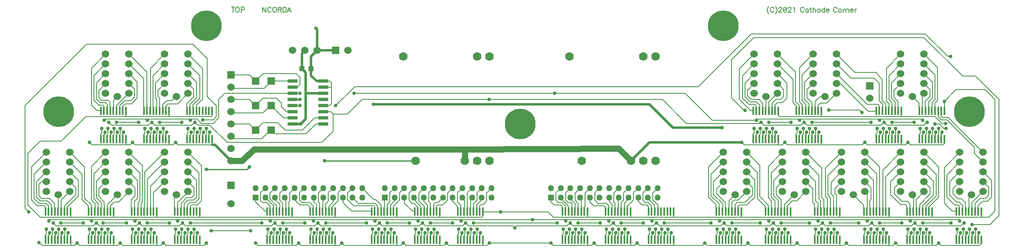
<source format=gtl>
G04*
G04  File:            NCORDA11.GTL, Tue Mar 30 20:23:34 2021*
G04  Source:          P-CAD 2002 PCB, Version 17.01.22, (C:\Users\David Forbes\Documents\Designs\Nixie\CorvairDash\NCORDA11.PCB)*
G04  Format:          Gerber Format (RS-274-D), ASCII*
G04*
G04  Format Options:  Absolute Positioning*
G04                   Leading-Zero Suppression*
G04                   Scale Factor 1:1*
G04                   NO Circular Interpolation*
G04                   Inch Units*
G04                   Numeric Format: 4.4 (XXXX.XXXX)*
G04                   G54 Used for Aperture Change*
G04                   Apertures Embedded*
G04*
G04  File Options:    Offset = (0.0mil,0.0mil)*
G04                   Drill Symbol Size = 80.0mil*
G04                   No Pad/Via Holes*
G04*
G04  File Contents:   Pads*
G04                   Vias*
G04                   No Designators*
G04                   No Types*
G04                   No Values*
G04                   No Drill Symbols*
G04                   Top*
G04*
%INNCORDA11.GTL*%
%ICAS*%
%MOIN*%
G04*
G04  Aperture MACROs for general use --- invoked via D-code assignment *
G04*
G04  General MACRO for flashed round with rotation and/or offset hole *
%AMROTOFFROUND*
1,1,$1,0.0000,0.0000*
1,0,$2,$3,$4*%
G04*
G04  General MACRO for flashed oval (obround) with rotation and/or offset hole *
%AMROTOFFOVAL*
21,1,$1,$2,0.0000,0.0000,$3*
1,1,$4,$5,$6*
1,1,$4,0-$5,0-$6*
1,0,$7,$8,$9*%
G04*
G04  General MACRO for flashed oval (obround) with rotation and no hole *
%AMROTOVALNOHOLE*
21,1,$1,$2,0.0000,0.0000,$3*
1,1,$4,$5,$6*
1,1,$4,0-$5,0-$6*%
G04*
G04  General MACRO for flashed rectangle with rotation and/or offset hole *
%AMROTOFFRECT*
21,1,$1,$2,0.0000,0.0000,$3*
1,0,$4,$5,$6*%
G04*
G04  General MACRO for flashed rectangle with rotation and no hole *
%AMROTRECTNOHOLE*
21,1,$1,$2,0.0000,0.0000,$3*%
G04*
G04  General MACRO for flashed rounded-rectangle *
%AMROUNDRECT*
21,1,$1,$2-$4,0.0000,0.0000,$3*
21,1,$1-$4,$2,0.0000,0.0000,$3*
1,1,$4,$5,$6*
1,1,$4,$7,$8*
1,1,$4,0-$5,0-$6*
1,1,$4,0-$7,0-$8*
1,0,$9,$10,$11*%
G04*
G04  General MACRO for flashed rounded-rectangle with rotation and no hole *
%AMROUNDRECTNOHOLE*
21,1,$1,$2-$4,0.0000,0.0000,$3*
21,1,$1-$4,$2,0.0000,0.0000,$3*
1,1,$4,$5,$6*
1,1,$4,$7,$8*
1,1,$4,0-$5,0-$6*
1,1,$4,0-$7,0-$8*%
G04*
G04  General MACRO for flashed regular polygon *
%AMREGPOLY*
5,1,$1,0.0000,0.0000,$2,$3+$4*
1,0,$5,$6,$7*%
G04*
G04  General MACRO for flashed regular polygon with no hole *
%AMREGPOLYNOHOLE*
5,1,$1,0.0000,0.0000,$2,$3+$4*%
G04*
G04  General MACRO for target *
%AMTARGET*
6,0,0,$1,$2,$3,4,$4,$5,$6*%
G04*
G04  General MACRO for mounting hole *
%AMMTHOLE*
1,1,$1,0,0*
1,0,$2,0,0*
$1=$1-$2*
$1=$1/2*
21,1,$2+$1,$3,0,0,$4*
21,1,$3,$2+$1,0,0,$4*%
G04*
G04*
G04  D10 : "Ellipse X10.0mil Y10.0mil H0.0mil 0.0deg (0.0mil,0.0mil) Draw"*
G04  Disc: OuterDia=0.0100*
%ADD10C, 0.0100*%
G04  D11 : "Ellipse X15.0mil Y15.0mil H0.0mil 0.0deg (0.0mil,0.0mil) Draw"*
G04  Disc: OuterDia=0.0150*
%ADD11C, 0.0150*%
G04  D12 : "Ellipse X20.0mil Y20.0mil H0.0mil 0.0deg (0.0mil,0.0mil) Draw"*
G04  Disc: OuterDia=0.0200*
%ADD12C, 0.0200*%
G04  D13 : "Ellipse X50.0mil Y50.0mil H0.0mil 0.0deg (0.0mil,0.0mil) Draw"*
G04  Disc: OuterDia=0.0500*
%ADD13C, 0.0500*%
G04  D14 : "Ellipse X6.0mil Y6.0mil H0.0mil 0.0deg (0.0mil,0.0mil) Draw"*
G04  Disc: OuterDia=0.0060*
%ADD14C, 0.0060*%
G04  D15 : "Ellipse X8.0mil Y8.0mil H0.0mil 0.0deg (0.0mil,0.0mil) Draw"*
G04  Disc: OuterDia=0.0080*
%ADD15C, 0.0080*%
G04  D16 : "Ellipse X250.0mil Y250.0mil H0.0mil 0.0deg (0.0mil,0.0mil) Flash"*
G04  Disc: OuterDia=0.2500*
%ADD16C, 0.2500*%
G04  D17 : "Ellipse X255.0mil Y255.0mil H0.0mil 0.0deg (0.0mil,0.0mil) Flash"*
G04  Disc: OuterDia=0.2550*
%ADD17C, 0.2550*%
G04  D18 : "Ellipse X50.0mil Y50.0mil H0.0mil 0.0deg (0.0mil,0.0mil) Flash"*
G04  Disc: OuterDia=0.0500*
%ADD18C, 0.0500*%
G04  D19 : "Ellipse X55.0mil Y55.0mil H0.0mil 0.0deg (0.0mil,0.0mil) Flash"*
G04  Disc: OuterDia=0.0550*
%ADD19C, 0.0550*%
G04  D20 : "Ellipse X60.0mil Y60.0mil H0.0mil 0.0deg (0.0mil,0.0mil) Flash"*
G04  Disc: OuterDia=0.0600*
%ADD20C, 0.0600*%
G04  D21 : "Ellipse X65.0mil Y65.0mil H0.0mil 0.0deg (0.0mil,0.0mil) Flash"*
G04  Disc: OuterDia=0.0650*
%ADD21C, 0.0650*%
G04  D22 : "Ellipse X70.0mil Y70.0mil H0.0mil 0.0deg (0.0mil,0.0mil) Flash"*
G04  Disc: OuterDia=0.0700*
%ADD22C, 0.0700*%
G04  D23 : "Ellipse X75.0mil Y75.0mil H0.0mil 0.0deg (0.0mil,0.0mil) Flash"*
G04  Disc: OuterDia=0.0750*
%ADD23C, 0.0750*%
G04  D24 : "Rectangle X0.1mil Y0.1mil H0.0mil 0.0deg (0.0mil,0.0mil) Flash"*
G04  Square: Side=0.0001, Rotation=0.0, OffsetX=0.0000, OffsetY=0.0000, HoleDia=0.0000*
%ADD24R, 0.0001 X0.0001*%
G04  D25 : "Rectangle X40.0mil Y40.0mil H0.0mil 0.0deg (0.0mil,0.0mil) Flash"*
G04  Square: Side=0.0400, Rotation=0.0, OffsetX=0.0000, OffsetY=0.0000, HoleDia=0.0000*
%ADD25R, 0.0400 X0.0400*%
G04  D26 : "Rectangle X45.0mil Y45.0mil H0.0mil 0.0deg (0.0mil,0.0mil) Flash"*
G04  Square: Side=0.0450, Rotation=0.0, OffsetX=0.0000, OffsetY=0.0000, HoleDia=0.0000*
%ADD26R, 0.0450 X0.0450*%
G04  D27 : "Rectangle X5.1mil Y5.1mil H0.0mil 0.0deg (0.0mil,0.0mil) Flash"*
G04  Square: Side=0.0051, Rotation=0.0, OffsetX=0.0000, OffsetY=0.0000, HoleDia=0.0000*
%ADD27R, 0.0051 X0.0051*%
G04  D28 : "Rectangle X50.0mil Y50.0mil H0.0mil 0.0deg (0.0mil,0.0mil) Flash"*
G04  Square: Side=0.0500, Rotation=0.0, OffsetX=0.0000, OffsetY=0.0000, HoleDia=0.0000*
%ADD28R, 0.0500 X0.0500*%
G04  D29 : "Rectangle X55.0mil Y55.0mil H0.0mil 0.0deg (0.0mil,0.0mil) Flash"*
G04  Square: Side=0.0550, Rotation=0.0, OffsetX=0.0000, OffsetY=0.0000, HoleDia=0.0000*
%ADD29R, 0.0550 X0.0550*%
G04  D30 : "Rectangle X60.0mil Y60.0mil H0.0mil 0.0deg (0.0mil,0.0mil) Flash"*
G04  Square: Side=0.0600, Rotation=0.0, OffsetX=0.0000, OffsetY=0.0000, HoleDia=0.0000*
%ADD30R, 0.0600 X0.0600*%
G04  D31 : "Rectangle X64.0mil Y64.0mil H0.0mil 0.0deg (0.0mil,0.0mil) Flash"*
G04  Square: Side=0.0640, Rotation=0.0, OffsetX=0.0000, OffsetY=0.0000, HoleDia=0.0000*
%ADD31R, 0.0640 X0.0640*%
G04  D32 : "Rectangle X65.0mil Y65.0mil H0.0mil 0.0deg (0.0mil,0.0mil) Flash"*
G04  Square: Side=0.0650, Rotation=0.0, OffsetX=0.0000, OffsetY=0.0000, HoleDia=0.0000*
%ADD32R, 0.0650 X0.0650*%
G04  D33 : "Rectangle X14.0mil Y66.0mil H0.0mil 0.0deg (0.0mil,0.0mil) Flash"*
G04  Rectangular: DimX=0.0140, DimY=0.0660, Rotation=0.0, OffsetX=0.0000, OffsetY=0.0000, HoleDia=0.0000 *
%ADD33R, 0.0140 X0.0660*%
G04  D34 : "Rectangle X69.0mil Y69.0mil H0.0mil 0.0deg (0.0mil,0.0mil) Flash"*
G04  Square: Side=0.0690, Rotation=0.0, OffsetX=0.0000, OffsetY=0.0000, HoleDia=0.0000*
%ADD34R, 0.0690 X0.0690*%
G04  D35 : "Rectangle X19.0mil Y71.0mil H0.0mil 0.0deg (0.0mil,0.0mil) Flash"*
G04  Rectangular: DimX=0.0190, DimY=0.0710, Rotation=0.0, OffsetX=0.0000, OffsetY=0.0000, HoleDia=0.0000 *
%ADD35R, 0.0190 X0.0710*%
G04  D36 : "Rectangle X80.0mil Y26.0mil H0.0mil 0.0deg (0.0mil,0.0mil) Flash"*
G04  Rectangular: DimX=0.0800, DimY=0.0260, Rotation=0.0, OffsetX=0.0000, OffsetY=0.0000, HoleDia=0.0000 *
%ADD36R, 0.0800 X0.0260*%
G04  D37 : "Rectangle X85.0mil Y31.0mil H0.0mil 0.0deg (0.0mil,0.0mil) Flash"*
G04  Rectangular: DimX=0.0850, DimY=0.0310, Rotation=0.0, OffsetX=0.0000, OffsetY=0.0000, HoleDia=0.0000 *
%ADD37R, 0.0850 X0.0310*%
G04  D38 : "Ellipse X30.0mil Y30.0mil H0.0mil 0.0deg (0.0mil,0.0mil) Flash"*
G04  Disc: OuterDia=0.0300*
%ADD38C, 0.0300*%
G04  D39 : "Ellipse X35.0mil Y35.0mil H0.0mil 0.0deg (0.0mil,0.0mil) Flash"*
G04  Disc: OuterDia=0.0350*
%ADD39C, 0.0350*%
G04*
%FSLAX44Y44*%
%SFA1B1*%
%OFA0.0000B0.0000*%
G04*
G70*
G90*
G01*
D2*
%LNTop*%
G54D15*
X14700Y47300*
Y46050D1*
X14500Y45950D2*
X14900Y45550D1*
X14500Y47900D2*
Y45950D1*
X14300Y45800D2*
X14750Y45350D1*
X14900Y47100D2*
Y46150D1*
X17000Y43000D2*
Y43450D1*
X16952Y42580D2*
X16950Y42582D1*
Y42950*
X17000Y43000*
X16750D2*
Y43150D1*
X16696Y42580D2*
X16700Y42584D1*
Y42950*
X16750Y43000*
X16500D2*
Y43450D1*
X16440Y42580D2*
X16450Y42590D1*
Y42950*
X16500Y43000*
X16250D2*
Y43150D1*
X16184Y42580D2*
X16200Y42596D1*
Y42950*
X16250Y43000*
X17464Y44884D2*
X17450Y44900D1*
Y44400D2*
Y44900D1*
X16000Y43000D2*
Y43450D1*
X15928Y42580D2*
X15950Y42602D1*
Y42950*
X16000Y43000*
X15750D2*
Y43150D1*
X15672Y42580D2*
X15700Y42608D1*
Y42950*
X15750Y43000*
X15500Y43050D2*
Y43450D1*
X15416Y42580D2*
X15400Y42596D1*
Y42950*
X15500Y43050*
X17208Y44884D2*
X17200Y44850D1*
X16952Y44884D2*
X16950Y44850D1*
X16696Y44884D2*
X16700Y44900D1*
X16440Y44884D2*
X16450Y44850D1*
X15928Y44884D2*
X15900Y44900D1*
X15672Y44884D2*
X15650Y44900D1*
X15416Y44884D2*
X15400Y44900D1*
X16184Y44884D2*
X16150Y44900D1*
X17464Y42580D2*
X17500Y42544D1*
Y42100*
X15150D2*
X17500D1*
X17800*
X15800Y44200D2*
X15700Y44100D1*
X16300Y43700D2*
X16050Y43950D1*
X17250Y43000D2*
Y43150D1*
X17208Y42580D2*
X17200Y42588D1*
Y42950*
X17250Y43000*
X17900Y46250D2*
X16950Y45300D1*
X17900Y46800D2*
Y46250D1*
X17400Y47300D2*
X17900Y46800D1*
X17400Y46500D2*
X16700Y45800D1*
X15550Y45750D2*
X15900Y45400D1*
X15450Y45550D2*
X15650Y45350D1*
X15350D2*
X15400Y45300D1*
X15750Y45950D2*
X16150Y45550D1*
X15100Y45950D2*
X15750D1*
X15500Y47300D2*
X15100D1*
X20750Y43000D2*
Y43150D1*
X20708Y42580D2*
X20700Y42588D1*
Y42950*
X20750Y43000*
X19172Y44884D2*
X19150Y44850D1*
X20950Y44400D2*
Y44900D1*
X20500Y43000D2*
Y43450D1*
X20452Y42580D2*
X20450Y42582D1*
Y42950D2*
X20500Y43000D1*
X20450Y42582D2*
Y42950D1*
X20250Y43000D2*
Y43150D1*
X20196Y42580D2*
X20200Y42584D1*
Y42950*
X20250Y43000*
X20000D2*
Y43450D1*
X19940Y42580D2*
X19950Y42590D1*
Y42950D2*
X20000Y43000D1*
X19950Y42590D2*
Y42950D1*
X19750Y43000D2*
Y43150D1*
X19684Y42580D2*
X19700Y42596D1*
Y42950*
X19750Y43000*
X19500D2*
Y43450D1*
X19428Y42580D2*
X19450Y42602D1*
Y42950D2*
X19500Y43000D1*
X19450Y42602D2*
Y42950D1*
X19250Y43000D2*
Y43150D1*
X19172Y42580D2*
X19200Y42608D1*
Y42950*
X19250Y43000*
X19000Y43050D2*
Y43450D1*
X18916Y42580D2*
X18900Y42596D1*
Y42950*
X19000Y43050*
X18916Y44884D2*
X18900Y44900D1*
X20196Y44884D2*
X20200Y44850D1*
X20708Y44884D2*
X20700Y44900D1*
X19428Y44884D2*
X19450Y44900D1*
X19684Y44884D2*
X19700Y44900D1*
X19940Y44884D2*
X19950Y44900D1*
X20452Y44884D2*
X20450Y44900D1*
X18200Y42100D2*
X20950D1*
Y42550*
X19150Y44100D2*
X19050Y44200D1*
X19250D2*
X19150Y44100D1*
X19300Y43700D2*
X19550Y43950D1*
X19800Y43700D2*
X19550Y43950D1*
X18600Y45950D2*
X19150Y45400D1*
X18400Y45850D2*
X18900Y45350D1*
X18400Y47900D2*
Y45850D1*
X18100Y47400D2*
Y46150D1*
X19750Y46100D2*
X20200Y45650D1*
X19750Y46750D2*
Y46100D1*
X20300Y47300D2*
X19750Y46750D1*
X19150Y45800D2*
X19450Y45500D1*
X19350Y45900D2*
X19700Y45550D1*
X19350Y47950D2*
Y45900D1*
X19550Y46000D2*
X19950Y45600D1*
X19550Y47350D2*
Y46000D1*
X20684Y50780D2*
X20700Y50796D1*
X20428Y50780D2*
X20450Y50802D1*
X20172Y50780D2*
X20200Y50808D1*
X20940Y50780D2*
X20950Y50790D1*
X19916Y50780D2*
X19900Y50796D1*
X20300Y49700D2*
X19150Y48550D1*
X19200Y50300D2*
X19000Y50500D1*
X20750Y51200D2*
Y51350D1*
X20700Y51150D2*
X20750Y51200D1*
X20500D2*
Y51650D1*
X20450Y51150D2*
X20500Y51200D1*
X20250D2*
Y51350D1*
X20200Y51150D2*
X20250Y51200D1*
X20000Y51250D2*
Y51650D1*
X19900Y51150D2*
X20000Y51250D1*
X20940Y53084D2*
X20950Y53100D1*
Y53950D2*
Y53100D1*
X20428Y53084D2*
X20450Y53100D1*
Y53600D2*
Y53100D1*
X20300Y53750D2*
X20450Y53600D1*
X19850Y53750D2*
X20300D1*
X20172Y53084D2*
X20150Y53050D1*
Y53500D2*
Y53050D1*
X20100Y53550D2*
X20150Y53500D1*
X19750Y53550D2*
X20100D1*
X19350Y53950D2*
X19750Y53550D1*
X19916Y53084D2*
X19900Y53100D1*
X19600D2*
X19900D1*
X19150Y53550D2*
X19600Y53100D1*
X20684Y53084D2*
X20650Y53100D1*
Y53800D2*
Y53100D1*
X20500Y53950D2*
X20650Y53800D1*
X19950Y53950D2*
X20500D1*
X20300Y52400D2*
X20200Y52300D1*
X20800Y51900D2*
X20550Y52150D1*
X19550Y55350D2*
Y54050D1*
X20300Y56100D2*
X19550Y55350D1*
X20300Y56900D2*
X19350Y55950D1*
X19750Y54750D2*
Y54150D1*
X20300Y55300D2*
X19750Y54750D1*
X23952Y42580D2*
X23950Y42582D1*
Y42950*
X23750Y43000D2*
Y43150D1*
X23696Y42580D2*
X23700Y42584D1*
Y42950*
X23750Y43000*
X23500D2*
Y43450D1*
X23440Y42580D2*
X23450Y42590D1*
Y42950*
X23500Y43000*
X23250D2*
Y43150D1*
X23184Y42580D2*
X23200Y42596D1*
Y42950*
X23250Y43000*
X23000D2*
Y43450D1*
X22928Y42580D2*
X22950Y42602D1*
Y42950*
X23000Y43000*
X22750D2*
Y43150D1*
X22672Y42580D2*
X22700Y42608D1*
Y42950*
X22750Y43000*
X22500Y43050D2*
Y43450D1*
X22416Y42580D2*
X22400Y42596D1*
Y42950*
X22500Y43050*
X22672Y44884D2*
X22650Y44900D1*
X22928Y44884D2*
X22950Y44900D1*
X23184Y44884D2*
X23200Y44850D1*
X22416Y44884D2*
X22400Y44900D1*
X21700Y42100D2*
X21500Y42300D1*
X21300Y42100*
X23952Y44884D2*
X23950Y44900D1*
X23696Y44884D2*
X23700Y44900D1*
X23440Y44884D2*
X23450Y44900D1*
X22700Y44100D2*
X22600Y44200D1*
X22800D2*
X22700Y44100D1*
X22800Y43700D2*
X23050Y43950D1*
X23300Y43700D2*
X23050Y43950D1*
X22200Y46500D2*
X21350Y45650D1*
X22900Y45950D2*
X22650Y45700D1*
X22900Y47400D2*
Y45950D1*
X23100Y45750D2*
X22950Y45600D1*
X23300Y45650D2*
X23200Y45550D1*
X22700Y46150D2*
X22400Y45850D1*
X22700Y46800D2*
Y46150D1*
X22200Y47300D2*
X22700Y46800D1*
X23500Y45550D2*
X23450Y45500D1*
X21196Y50780D2*
X21200Y50784D1*
X21708Y50780D2*
X21700Y50788D1*
X23928Y50780D2*
X23950Y50802D1*
X23672Y50780D2*
X23700Y50808D1*
X23416Y50780D2*
X23400Y50796D1*
X21452Y50780D2*
X21450Y50782D1*
X22200Y49700D2*
X23300Y48600D1*
X21964Y50780D2*
X21950Y50766D1*
Y50300*
X22300*
X22700D2*
X22500Y50500D1*
X22300Y50300*
X21250Y51200D2*
Y51350D1*
X21200Y51150D2*
X21250Y51200D1*
X21750D2*
Y51350D1*
X21700Y51150D2*
X21750Y51200D1*
X23750D2*
Y51350D1*
X23700Y51150D2*
X23750Y51200D1*
X23500Y51250D2*
Y51650D1*
X23400Y51150D2*
X23500Y51250D1*
X21500Y51200D2*
Y51650D1*
X21450Y51150D2*
X21500Y51200D1*
X21964Y53084D2*
X21950Y53070D1*
Y52600*
X21196Y53084D2*
X21200Y53100D1*
Y53500D2*
Y53100D1*
X21452Y53084D2*
X21450Y53100D1*
Y53500D2*
Y53100D1*
X21850Y53900D2*
X21450Y53500D1*
X22350Y53900D2*
X21850D1*
X23672Y53084D2*
X23650Y53100D1*
X21708Y53084D2*
X21700Y53050D1*
Y53450D2*
Y53050D1*
X21900Y53650D2*
X21700Y53450D1*
X22400Y53650D2*
X21900D1*
X23416Y53084D2*
X23400Y53100D1*
X23928Y53084D2*
X23950Y53100D1*
X23800Y52400D2*
X23700Y52300D1*
X23600Y52400*
X21200Y52150D2*
X23000D1*
X22650Y54850D2*
Y54200D1*
X22200Y55300D2*
X22650Y54850D1*
X22850Y55450D2*
Y54100D1*
X22200Y56100D2*
X22850Y55450D1*
X22200Y56900D2*
X23400Y55700D1*
X24464Y44884D2*
X24450Y44870D1*
Y44400*
X24250Y43000D2*
Y43150D1*
X24208Y42580D2*
X24200Y42588D1*
Y42950*
X24250Y43000*
X26940Y42580D2*
X26950Y42590D1*
Y42950*
X26750Y43000D2*
Y43150D1*
X26684Y42580D2*
X26700Y42596D1*
Y42950*
X26750Y43000*
X26500D2*
Y43450D1*
X26428Y42580D2*
X26450Y42602D1*
Y42950*
X26500Y43000*
X26250D2*
Y43150D1*
X26172Y42580D2*
X26200Y42608D1*
Y42950*
X26250Y43000*
X26000Y43050D2*
Y43450D1*
X25916Y42580D2*
X25900Y42596D1*
Y42950*
X26000Y43050*
X24208Y44884D2*
X24200Y44900D1*
X25200Y42100D2*
X25000Y42300D1*
X24800Y42100*
X24464Y42580D2*
X24450Y42566D1*
Y42100D2*
X24800D1*
X24450Y42566D2*
Y42100D1*
X26172Y44884D2*
X26150Y44900D1*
X25916Y44884D2*
X25900Y44900D1*
X26428Y44884D2*
X26450Y44900D1*
X26684Y44884D2*
X26700Y44900D1*
X26940Y44884D2*
X26950Y44900D1*
X26150Y44100D2*
X26050Y44200D1*
X26250D2*
X26150Y44100D1*
X26300Y43700D2*
X26550Y43950D1*
X26800Y43700D2*
X26550Y43950D1*
X25100Y47300D2*
X24200Y46400D1*
X26050Y46250D2*
X25900Y46100D1*
X26900Y46000D2*
X26450Y45550D1*
X24952Y50780D2*
X24950Y50782D1*
X24696Y50780D2*
X24700Y50784D1*
X24440Y50780D2*
X24450Y50790D1*
X24184Y50780D2*
X24200Y50796D1*
X26916Y50780D2*
X26900Y50796D1*
X25208Y50780D2*
X25200Y50788D1*
X26200Y50300D2*
X26000Y50500D1*
X25464Y50780D2*
X25450Y50766D1*
X26000Y50500D2*
X25800Y50300D1*
X25450Y50766D2*
Y50300D1*
X25800*
X25000Y51200D2*
Y51650D1*
X24950Y51150D2*
X25000Y51200D1*
X24750D2*
Y51350D1*
X24700Y51150D2*
X24750Y51200D1*
X24500D2*
Y51650D1*
X24450Y51150D2*
X24500Y51200D1*
X24250D2*
Y51350D1*
X24200Y51150D2*
X24250Y51200D1*
X25250D2*
Y51350D1*
X25200Y51150D2*
X25250Y51200D1*
X25464Y53084D2*
X25450Y53070D1*
Y52600*
X24952Y53084D2*
X24950Y53100D1*
Y53600D2*
Y53100D1*
X25250Y53900D2*
X24950Y53600D1*
X25700Y53900D2*
X25250D1*
X26916Y53084D2*
X26900Y53100D1*
Y53650D2*
Y53100D1*
X24184Y53084D2*
X24150Y53100D1*
X24440Y53084D2*
X24450Y53100D1*
X25208Y53084D2*
X25200Y53100D1*
Y53450D2*
Y53100D1*
X25400Y53650D2*
X25200Y53450D1*
X26150Y53650D2*
X25400D1*
X24300Y51900D2*
X24050Y52150D1*
X24700D2*
X26500D1*
X24696Y53084D2*
X24700Y53050D1*
X25100Y56900D2*
X24150Y55950D1*
X24350Y55350D2*
Y54100D1*
X25100Y56100D2*
X24350Y55350D1*
X24550Y54250D2*
X24700Y54100D1*
X24550Y54750D2*
Y54250D1*
X25100Y55300D2*
X24550Y54750D1*
X27964Y44884D2*
X27950Y44870D1*
Y44400*
X27750Y43000D2*
Y43150D1*
X27708Y42580D2*
X27700Y42588D1*
Y42950*
X27750Y43000*
X27500D2*
Y43450D1*
X27452Y42580D2*
X27450Y42582D1*
Y42950*
X27500Y43000*
X27250D2*
Y43150D1*
X27196Y42580D2*
X27200Y42584D1*
Y42950*
X27250Y43000*
X28500Y42300D2*
X28300Y42100D1*
X27964Y42580D2*
X27950Y42566D1*
Y42100D2*
X28300D1*
X27950Y42566D2*
Y42100D1*
X27196Y44884D2*
X27200Y44950D1*
X27500Y46200D2*
X27300Y46000D1*
X27500Y46800D2*
Y46200D1*
X27300Y45400D2*
X27200Y45300D1*
X27750Y45400D2*
X27300D1*
X28100Y45750D2*
X27750Y45400D1*
X27700Y46050D2*
X27450Y45800D1*
X27700Y47400D2*
Y46050D1*
X27600Y45600D2*
X27150D1*
X27900Y45900D2*
X27600Y45600D1*
X28452Y50780D2*
X28450Y50782D1*
X28196Y50780D2*
X28200Y50784D1*
X27940Y50780D2*
X27950Y50790D1*
X27684Y50780D2*
X27700Y50796D1*
X27428Y50780D2*
X27450Y50802D1*
X27172Y50780D2*
X27200Y50808D1*
X28708Y50780D2*
X28700Y50788D1*
X28964Y50780D2*
X28950Y50766D1*
Y50300*
D2*
G54D12*
X29200D1*
D2*
G54D15*
X28500Y51200*
Y51650D1*
X28450Y51150D2*
X28500Y51200D1*
X28250D2*
Y51350D1*
X28200Y51150D2*
X28250Y51200D1*
X28000D2*
Y51650D1*
X27950Y51150D2*
X28000Y51200D1*
X27750D2*
Y51350D1*
X27700Y51150D2*
X27750Y51200D1*
X27500D2*
Y51650D1*
X27450Y51150D2*
X27500Y51200D1*
X27250D2*
Y51350D1*
X27200Y51150D2*
X27250Y51200D1*
X28964Y53084D2*
X28950Y53070D1*
X28750Y51200D2*
Y51350D1*
X28700Y51150D2*
X28750Y51200D1*
X27172Y53084D2*
X27150Y53050D1*
Y53600D2*
Y53050D1*
X27428Y53084D2*
X27400Y52950D1*
Y53550D2*
Y52950D1*
X27684Y53084D2*
X27700Y53050D1*
Y53550D2*
Y53050D1*
X27750Y52400D2*
X27300D1*
X28100Y52050D2*
X27750Y52400D1*
X29050Y52050D2*
X28100D1*
X29500Y52500D2*
X29050Y52050D1*
X27300Y52400D2*
X27200Y52300D1*
X27100Y52400*
X28750Y51900D2*
X27800D1*
X27550Y52150*
X27300Y51900D2*
X27550Y52150D1*
X29050Y52350D2*
X28200D1*
X29300Y52600D2*
X29050Y52350D1*
X29300Y52600D2*
Y53500D1*
X28950Y52700D2*
Y53070D1*
Y52700D2*
X28850Y52600D1*
X27450Y54850D2*
Y54200D1*
X27700Y55400D2*
Y54150D1*
X27950Y55950D2*
Y54100D1*
X28200Y56500D2*
Y54050D1*
X27400Y58500D2*
X28550Y57350D1*
X32700Y42100D2*
X32500Y42300D1*
Y46000D2*
Y45650D1*
X32900Y46400D2*
Y45750D1*
D2*
G54D10*
X31800Y48300*
X32000Y48500D1*
D2*
G54D13*
X30500Y49000*
X31400D1*
X32350Y49950*
D2*
G54D15*
X30500Y53000*
X30600Y52900D1*
X30500Y52000D2*
X32000D1*
X32500Y51500*
X30500Y55000D2*
X30600Y54900D1*
X30500Y56000D2*
X32000D1*
X32500Y55500*
D2*
G54D14*
X30655Y61523*
Y61116D1*
X30519Y61523D2*
X30790D1*
X30984D2*
X30945Y61504D1*
X30907Y61465*
X30887Y61426*
X30868Y61368*
Y61271*
X30887Y61213*
X30907Y61174*
X30945Y61136*
X30984Y61116*
X31062*
X31101Y61136*
X31139Y61174*
X31159Y61213*
X31178Y61271*
Y61368*
X31159Y61426*
X31139Y61465*
X31101Y61504*
X31062Y61523*
X30984*
X31314Y61310D2*
X31488D1*
X31547Y61329*
X31566Y61349*
X31585Y61388*
Y61446*
X31566Y61485*
X31547Y61504*
X31488Y61523*
X31314*
Y61116*
D2*
G54D15*
X35464Y44884*
X35450Y44870D1*
Y44400*
X35208Y42580D2*
X35200Y42588D1*
Y42950*
X35250Y43000*
Y43150*
X34952Y42580D2*
X34950Y42582D1*
Y42950D2*
X35000Y43000D1*
X34950Y42582D2*
Y42950D1*
X35000Y43000D2*
Y43450D1*
X34696Y42580D2*
X34700Y42584D1*
Y42950*
X34750Y43000*
Y43150*
X34440Y42580D2*
X34450Y42590D1*
Y42950*
X34500Y43000*
Y43450*
X34184Y42580D2*
X34200Y42596D1*
Y42950*
X34250Y43000*
Y43150*
X33928Y42580D2*
X33950Y42602D1*
Y42950D2*
X34000Y43000D1*
X33950Y42602D2*
Y42950D1*
X34000Y43000D2*
Y43450D1*
X33672Y42580D2*
X33700Y42608D1*
Y42950*
X33750Y43000*
Y43150*
X33416Y42580D2*
X33400Y42596D1*
Y42950*
X33500Y43050*
Y43450*
X35464Y42580D2*
X35450Y42566D1*
Y42100*
X35800*
X33928Y44884D2*
X33950Y44900D1*
X34696Y44884D2*
X34700Y44900D1*
X35208Y44884D2*
X35200Y44900D1*
X33416Y44884D2*
X33400Y44900D1*
X33250D2*
X33400D1*
X34440Y44884D2*
X34450Y44900D1*
X34952Y44884D2*
X34950Y44900D1*
X33672Y44884D2*
X33650Y44900D1*
X34184Y44884D2*
X34200Y44900D1*
X33700Y44100D2*
X33600Y44200D1*
X33800Y43700D2*
X34050Y43950D1*
X34300Y43700D2*
X34050Y43950D1*
X33287Y46000D2*
X33950Y45337D1*
X34450Y45800D2*
X34700Y45550D1*
X34450Y46375D2*
Y45800D1*
X34862Y46787D2*
X34450Y46375D1*
X35250Y45700D2*
X35200Y45650D1*
X35250Y46387D2*
Y45700D1*
X35649Y46787D2*
X35250Y46387D1*
X34074Y45850D2*
X34450Y45474D1*
X34074Y45850D2*
Y46000D1*
X34862D2*
X34950Y45912D1*
X35650Y45999D2*
Y45850D1*
X35649Y46000D2*
X35650Y45999D1*
X33400Y45600D2*
X33650Y45350D1*
X33050Y45600D2*
X33400D1*
X33650Y45900D2*
X34200Y45350D1*
X33650Y46362D2*
Y45900D1*
X34074Y46787D2*
X33650Y46362D1*
X34600Y53700D2*
Y53400D1*
X35000Y53000*
X35500*
X33100Y52900D2*
X33700Y53500D1*
X33750D2*
X33700D1*
X33750D2*
X34750Y52500D1*
X35500*
X33100Y52100D2*
X34300D1*
X34900Y51500*
X33750D2*
X33700D1*
X33750D2*
X34050Y51200D1*
X33200Y54900D2*
X33700Y55400D1*
X33750Y55500D2*
X33700Y55400D1*
X33750Y55500D2*
X35500D1*
X33100Y54100D2*
X34200D1*
X33100Y56100D2*
X35800D1*
X35900Y55000D2*
X35500D1*
X38950Y44870D2*
Y44400D1*
X38708Y42580D2*
X38700Y42588D1*
Y42950*
X38750Y43000*
Y43150*
X38452Y42580D2*
X38450Y42582D1*
Y42950D2*
X38500Y43000D1*
X38450Y42582D2*
Y42950D1*
X38500Y43000D2*
Y43450D1*
X38196Y42580D2*
X38200Y42584D1*
Y42950*
X38250Y43000*
Y43150*
X37940Y42580D2*
X37950Y42590D1*
Y42950*
X38000Y43000*
Y43450*
X37684Y42580D2*
X37700Y42596D1*
Y42950*
X37750Y43000*
Y43150*
X37428Y42580D2*
X37450Y42602D1*
Y42950D2*
X37500Y43000D1*
X37450Y42602D2*
Y42950D1*
X37500Y43000D2*
Y43450D1*
X37172Y42580D2*
X37200Y42608D1*
Y42950*
X37250Y43000*
Y43150*
X36916Y42580D2*
X36900Y42596D1*
Y42950*
X37000Y43050*
Y43450*
X38950Y42566D2*
Y42100D1*
X36200D2*
X38950D1*
X37172Y44884D2*
X37200Y44900D1*
X38196Y44884D2*
X38200Y44900D1*
X38708Y44884D2*
X38700Y44900D1*
X36916Y44884D2*
X36900Y44900D1*
X37940Y44884D2*
X37950Y44900D1*
X37684Y44884D2*
X37700Y44900D1*
X37200Y44100D2*
X37100Y44200D1*
X37300D2*
X37200Y44100D1*
X37300Y43700D2*
X37550Y43950D1*
X37800Y43700D2*
X37550Y43950D1*
X37428Y44884D2*
X37450Y44900D1*
X38452Y44884D2*
X38450Y44900D1*
X36900Y45600D2*
X37200Y45300D1*
X36250Y45600D2*
X36900D1*
X36050Y45800D2*
X36250Y45600D1*
X36050Y46400D2*
Y45800D1*
X36437Y46787D2*
X36050Y46400D1*
X38400Y45700D2*
X38200Y45500D1*
X38400Y46388D2*
Y45700D1*
X38799Y46787D2*
X38400Y46388D1*
X36750Y45400D2*
X36900Y45250D1*
X36100Y45400D2*
X36750D1*
X38011Y46000D2*
X37950Y45938D1*
X37600Y45650D2*
X37700Y45550D1*
X37600Y46375D2*
Y45650D1*
X38011Y46787D2*
X37600Y46375D1*
X37224Y45650D2*
X37450Y45424D1*
X37224Y45650D2*
Y46000D1*
X38800Y45650D2*
X38450Y45300D1*
X38800Y45999D2*
Y45650D1*
X38799Y46000D2*
X38800Y45999D1*
X36300Y51500D2*
X37300Y52500D1*
X38000*
X36600Y51200D2*
X37400Y52000D1*
X38000*
X38800Y52800D2*
Y51400D1*
X38600Y53000D2*
X38800Y52800D1*
X38000Y53000D2*
X38600D1*
X38000Y53500D2*
X38500D1*
X38650Y53650*
D2*
G54D12*
X36550Y52400*
X36150Y52000D1*
D2*
G54D15*
X36100Y55800*
Y55200D1*
D2*
G54D12*
X38000Y55500*
X37450D1*
X37000Y55950*
Y56500*
X36250D2*
X36550Y56200D1*
X38000Y54500D2*
X36550D1*
Y56200D2*
Y54500D1*
D2*
G54D15*
X38000Y55500*
X38500D1*
X38650Y55350*
Y55000D2*
X38000D1*
X38650D2*
Y55350D1*
D2*
G54D12*
X37500Y58000*
X37000Y57500D1*
X36250Y57750D2*
X36500Y58000D1*
X37400Y59800D2*
X37500Y59700D1*
Y58000*
D2*
G54D15*
X41916Y42580*
X41900Y42596D1*
Y42950*
X39500Y42300D2*
X39300Y42100D1*
X39700D2*
X39500Y42300D1*
X41916Y44884D2*
X41900Y44900D1*
X40300D2*
X41900D1*
X39200Y46400D2*
Y45750D1*
X39586Y46787D2*
X39200Y46400D1*
X39950Y45850D2*
X40450Y45350D1*
X39950Y46363D2*
Y45850D1*
X40374Y46787D2*
X39950Y46363D1*
X39586Y45600D2*
Y46000D1*
X40374D2*
X40824Y45550D1*
X43964Y44884D2*
X43950Y44870D1*
Y44400*
X43708Y42580D2*
X43700Y42588D1*
Y42950*
X43750Y43000*
Y43150*
X43452Y42580D2*
X43450Y42582D1*
Y42950D2*
X43500Y43000D1*
X43450Y42582D2*
Y42950D1*
X43500Y43000D2*
Y43450D1*
X43196Y42580D2*
X43200Y42584D1*
Y42950*
X43250Y43000*
Y43150*
X42940Y42580D2*
X42950Y42590D1*
Y42950*
X43000Y43000*
Y43450*
X42684Y42580D2*
X42700Y42596D1*
Y42950*
X42750Y43000*
Y43150*
X42428Y42580D2*
X42450Y42602D1*
Y42950*
X42500Y43000*
Y43450*
X42172Y42580D2*
X42200Y42608D1*
Y42950*
X42250Y43000*
Y43150*
X43964Y42580D2*
X43950Y42566D1*
Y42100*
X44300*
X44500Y42300D2*
X44300Y42100D1*
X44700D2*
X44500Y42300D1*
X43196Y44884D2*
X43200Y44950D1*
X42940Y44884D2*
X42950Y44950D1*
X43452Y44884D2*
X43450Y44950D1*
X42172Y44884D2*
X42150Y44900D1*
X42684Y44884D2*
X42700Y44900D1*
X43708Y44884D2*
X43700Y44900D1*
X42200Y44100D2*
X42100Y44200D1*
X42300D2*
X42200Y44100D1*
X42300Y43700D2*
X42550Y43950D1*
X42800Y43700D2*
X42550Y43950D1*
X42428Y44884D2*
X42400Y44900D1*
X44574Y46000D2*
X44600Y45974D1*
Y45550*
X43400Y45650D2*
X43200Y45450D1*
X43400Y46400D2*
Y45650D1*
X43787Y46787D2*
X43400Y46400D1*
X43000Y46000D2*
X42950Y45950D1*
X43787Y46000D2*
X43800Y45987D1*
Y45750*
X43450Y45400*
X42100Y45350D2*
X42150Y45300D1*
X42250Y45850D2*
X42700Y45400D1*
X42098Y45850D2*
X42250D1*
X44200Y45800D2*
X43700Y45300D1*
X44200Y46412D2*
Y45800D1*
X44574Y46787D2*
X44200Y46412D1*
X44950Y46375D2*
Y45800D1*
X42200Y45550D2*
X42400Y45350D1*
X47464Y44884D2*
X47450Y44870D1*
Y44400*
X47208Y42580D2*
X47200Y42588D1*
Y42950*
X47250Y43000*
Y43150*
X46952Y42580D2*
X46950Y42582D1*
Y42950D2*
X47000Y43000D1*
X46950Y42582D2*
Y42950D1*
X47000Y43000D2*
Y43450D1*
X46696Y42580D2*
X46700Y42584D1*
Y42950*
X46750Y43000*
Y43150*
X46440Y42580D2*
X46450Y42590D1*
Y42950*
X46500Y43000*
Y43450*
X46184Y42580D2*
X46200Y42596D1*
Y42950*
X46250Y43000*
Y43150*
X47464Y42580D2*
X47450Y42566D1*
Y42100*
X47800*
X45928Y42580D2*
X45950Y42602D1*
Y42950D2*
X46000Y43000D1*
X45950Y42602D2*
Y42950D1*
X46000Y43000D2*
Y43450D1*
X45672Y42580D2*
X45700Y42608D1*
Y42950*
X45750Y43000*
Y43150*
X45416Y42580D2*
X45400Y42596D1*
Y42950*
X45500Y43050*
Y43450*
X45928Y44884D2*
X45950Y44850D1*
X45928Y44884D2*
X45900Y44900D1*
X45416Y44884D2*
X45400Y44900D1*
X45250D2*
X45400D1*
X46440Y44884D2*
X46450Y44900D1*
X45672Y44884D2*
X45650Y44900D1*
X46184Y44884D2*
X46200Y44900D1*
X46696Y44884D2*
X46700Y44900D1*
X47208Y44884D2*
X47200Y44900D1*
X46952Y44884D2*
X46950Y44900D1*
X45700Y44100D2*
X45600Y44200D1*
X45800D2*
X45700Y44100D1*
X45800Y43700D2*
X46050Y43950D1*
X46300Y43700D2*
X46050Y43950D1*
X45362Y46000D2*
X45450Y45912D1*
Y45750*
X45900Y45300*
X46150Y45700D2*
X46450Y45400D1*
X46149Y46000D2*
X46150Y45999D1*
Y45700*
X45350Y45550D2*
X45650Y45250D1*
X45200Y45550D2*
X45350D1*
X45750Y45750D2*
X46200Y45300D1*
X45750Y46387D2*
Y45750D1*
X46149Y46787D2*
X45750Y46387D1*
X46550Y45700D2*
X46700Y45550D1*
X46550Y46400D2*
Y45700D1*
X46937Y46787D2*
X46550Y46400D1*
X47300Y45400D2*
X47200Y45300D1*
X47700Y45400D2*
X47300D1*
X47100Y45600D2*
X46950Y45450D1*
X47324Y45600D2*
X47100D1*
X47724Y46000D2*
X47324Y45600D1*
X50950Y42566D2*
Y42100D1*
X48200D2*
X50950D1*
X50708Y42580D2*
X50700Y42588D1*
Y42950*
X50750Y43000*
Y43150*
X50452Y42580D2*
X50450Y42582D1*
Y42950*
X50500Y43000*
Y43450*
X50196Y42580D2*
X50200Y42584D1*
Y42950*
X50250Y43000*
Y43150*
X49940Y42580D2*
X49950Y42590D1*
Y42950*
X50000Y43000*
Y43450*
X49684Y42580D2*
X49700Y42596D1*
Y42950*
X49750Y43000*
Y43150*
X49428Y42580D2*
X49450Y42602D1*
Y42950D2*
X49500Y43000D1*
X49450Y42602D2*
Y42950D1*
X49500Y43000D2*
Y43450D1*
X49172Y42580D2*
X49200Y42608D1*
Y42950*
X49250Y43000*
Y43150*
X48916Y42580D2*
X48900Y42596D1*
Y42950*
X49000Y43050*
Y43450*
X49172Y44884D2*
X49150Y44900D1*
X48916Y44884D2*
X48900Y44900D1*
X49684Y44884D2*
X49700Y44900D1*
X50196Y44884D2*
X50200Y44900D1*
X50708Y44884D2*
X50700Y44900D1*
X49428Y44884D2*
X49450Y44900D1*
X49940Y44884D2*
X49950Y44900D1*
X50452Y44884D2*
X50450Y44850D1*
X49200Y44100D2*
X49100Y44200D1*
X49300D2*
X49200Y44100D1*
X49300Y43700D2*
X49550Y43950D1*
X49800Y43700D2*
X49550Y43950D1*
X50950Y44870D2*
Y44850D1*
Y44500D2*
Y44850D1*
Y44500D2*
X50850Y44400D1*
X48900Y45650D2*
X49150Y45400D1*
X48900Y46388D2*
Y45650D1*
X49299Y46787D2*
X48900Y46388D1*
X48500Y45700D2*
X48900Y45300D1*
X48511Y46000D2*
X48500Y45988D1*
Y45700*
X50086Y46787D2*
X49700Y46400D1*
X50500Y45800D2*
X50200Y45500D1*
X50500Y46413D2*
Y45800D1*
X50874Y46787D2*
X50500Y46413D1*
X50850Y45450D2*
X50700Y45300D1*
X49299Y46000D2*
X49450Y45849D1*
X50086Y46000D2*
X49950Y45863D1*
X50750Y45700D2*
X50450Y45400D1*
X50874Y46000D2*
X50750Y45875D1*
Y45700*
X48100Y46375D2*
Y45800D1*
X48511Y46787D2*
X48100Y46375D1*
D2*
G54D13*
X49500Y49950*
Y49700D1*
Y49000D2*
Y49700D1*
Y49950*
D2*
G54D15*
X51500Y42300*
X51300Y42100D1*
X53400Y43700D2*
X53550Y43550D1*
X53700Y43700D2*
X53550Y43550D1*
X51250Y46375D2*
Y45700D1*
X51661Y46787D2*
X51250Y46375D1*
X56700Y42100D2*
X56500Y42300D1*
X56700Y44400D2*
X56250Y44850D1*
X56900Y46400D2*
Y45800D1*
X56500Y46000D2*
Y45650D1*
X56750Y45400*
X57416Y42580D2*
X57400Y42596D1*
Y42950*
X59450Y44870D2*
Y44400D1*
X59464Y44884D2*
X59450Y44870D1*
X59464Y42580D2*
X59450Y42566D1*
Y42100*
X59800*
X59208Y42580D2*
X59200Y42588D1*
Y42950*
X59250Y43000*
Y43150*
X58952Y42580D2*
X58950Y42582D1*
Y42950D2*
X59000Y43000D1*
X58950Y42582D2*
Y42950D1*
X59000Y43000D2*
Y43450D1*
X58696Y42580D2*
X58700Y42584D1*
Y42950*
X58750Y43000*
Y43150*
X58440Y42580D2*
X58450Y42590D1*
Y42950*
X58500Y43000*
Y43450*
X58184Y42580D2*
X58200Y42596D1*
Y42950*
X58250Y43000*
Y43150*
X57928Y42580D2*
X57950Y42602D1*
Y42950D2*
X58000Y43000D1*
X57950Y42602D2*
Y42950D1*
X58000Y43000D2*
Y43450D1*
X57672Y42580D2*
X57700Y42608D1*
Y42950*
X57750Y43000*
Y43150*
X57700Y44100D2*
X57600Y44200D1*
X57800D2*
X57700Y44100D1*
X57800Y43700D2*
X58050Y43950D1*
X58300Y43700D2*
X58050Y43950D1*
X57928Y44884D2*
X57900Y44900D1*
X57672Y44884D2*
X57650Y44900D1*
X58184Y44884D2*
X58200Y44900D1*
X58696Y44884D2*
X58700Y44900D1*
X58952Y44884D2*
X58950Y44900D1*
X59208Y44884D2*
X59200Y44900D1*
X57400Y42950D2*
X57500Y43050D1*
Y43450*
X58440Y44884D2*
X58450Y44900D1*
X57416Y44884D2*
X57400Y44900D1*
X58074Y46787D2*
X57700Y46412D1*
X58862Y46787D2*
X58450Y46375D1*
Y45800*
X58862Y46000D2*
X58850Y45987D1*
Y45900*
X59649Y46787D2*
X59250Y46387D1*
X59649Y46000D2*
X59650Y45999D1*
Y45650*
X59950Y45350*
X58850Y45900D2*
X58950Y45800D1*
X58450D2*
X58700Y45550D1*
X59250Y46387D2*
Y45300D1*
X59200Y45250*
X58074Y46000D2*
X58100Y45974D1*
Y45850*
X58450Y45500*
X57700Y46412D2*
Y45800D1*
X57900Y45600*
X58100*
X58200Y45500*
X57287Y46000D2*
X57300Y45987D1*
Y45950*
X57900Y45350*
X57100Y45600D2*
X57400D1*
X57650Y45350*
X57300Y45400D2*
X57400Y45300D1*
X62950Y44870D2*
Y44400D1*
Y42566D2*
Y42100D1*
X62708Y42580D2*
X62700Y42588D1*
Y42950*
X62750Y43000*
Y43150*
X62452Y42580D2*
X62450Y42582D1*
Y42950D2*
X62500Y43000D1*
X62450Y42582D2*
Y42950D1*
X62500Y43000D2*
Y43450D1*
X62196Y42580D2*
X62200Y42584D1*
Y42950*
X62250Y43000*
Y43150*
X61940Y42580D2*
X61950Y42590D1*
Y42950*
X62000Y43000*
Y43450*
X61684Y42580D2*
X61700Y42596D1*
Y42950*
X61750Y43000*
Y43150*
X61428Y42580D2*
X61450Y42602D1*
Y42950D2*
X61500Y43000D1*
X61450Y42602D2*
Y42950D1*
X61500Y43000D2*
Y43450D1*
X61172Y42580D2*
X61200Y42608D1*
Y42950*
X61250Y43000*
Y43150*
X60916Y42580D2*
X60900Y42596D1*
Y42950*
X61000Y43050*
Y43450*
X61300Y44200D2*
X61200Y44100D1*
X61100Y44200*
X61800Y43700D2*
X61550Y43950D1*
X61300Y43700D2*
X61550Y43950D1*
X61172Y44884D2*
X61200Y44900D1*
X60916Y44884D2*
X60900Y44900D1*
X60200Y42100D2*
X62950D1*
X61428Y44884D2*
X61450Y44900D1*
X61684Y44884D2*
X61700Y44900D1*
X61940Y44884D2*
X61950Y44900D1*
X62196Y44884D2*
X62200Y44900D1*
X62452Y44884D2*
X62450Y44900D1*
X62708Y44884D2*
X62700Y44900D1*
X60437Y46787D2*
X60050Y46400D1*
Y45800*
X60300Y45550*
X60800Y45350D2*
X60900Y45250D1*
X60300Y45550D2*
X61000D1*
X61200Y45350*
X61224Y46000D2*
X61250Y45974D1*
Y45650*
X61450Y45450*
X62011Y46787D2*
X61600Y46375D1*
Y45650*
X61700Y45550*
X62011Y46000D2*
X61950Y45938D1*
X62799Y46787D2*
X62400Y46388D1*
Y45800*
X62200Y45600*
X62799Y46000D2*
X62800Y45999D1*
Y45900*
X62450Y45550*
X65952Y42580D2*
X65950Y42582D1*
Y42950*
X65696Y42580D2*
X65700Y42584D1*
Y42950*
X65750Y43000*
Y43150*
X65440Y42580D2*
X65450Y42590D1*
Y42950*
X65500Y43000*
Y43450*
X65184Y42580D2*
X65200Y42596D1*
Y42950*
X65250Y43000*
Y43150*
X64928Y42580D2*
X64950Y42602D1*
Y42950D2*
X65000Y43000D1*
X64950Y42602D2*
Y42950D1*
X65000Y43000D2*
Y43450D1*
X64672Y42580D2*
X64700Y42608D1*
Y42950*
X64750Y43000*
Y43150*
X64416Y42580D2*
X64400Y42596D1*
Y42950*
X64500Y43050*
Y43450*
X64800Y44200D2*
X64700Y44100D1*
X64600Y44200*
X65300Y43700D2*
X65050Y43950D1*
X64800Y43700D2*
X65050Y43950D1*
X63700Y42100D2*
X63500Y42300D1*
X63300Y42100*
X64672Y44884D2*
X64650Y44900D1*
X64416Y44884D2*
X64400Y44900D1*
X65184Y44884D2*
X65200Y44900D1*
X64928Y44884D2*
X64900Y44900D1*
X63586Y46787D2*
X63200Y46400D1*
Y45800*
X64374Y46787D2*
X63950Y46363D1*
Y45800*
X64150Y45600*
X63586Y46000D2*
X63600Y45986D1*
Y45700*
X65161Y46787D2*
X64750Y46375D1*
X64374Y46000D2*
X64400Y45974D1*
Y45900*
X64900Y45400*
X64750Y46375D2*
Y45850D1*
X65200Y45400*
X64150Y45600D2*
X64400D1*
X64650Y45350*
X64300Y45400D2*
X64400Y45300D1*
X63600Y45700D2*
X63900Y45400D1*
X64300*
X66450Y42100D2*
X68800D1*
X66450Y44870D2*
Y44400D1*
Y42566D2*
Y42100D1*
X66208Y42580D2*
X66200Y42588D1*
Y42950*
X66250Y43000*
Y43150*
X66464Y44884D2*
X66450Y44870D1*
X66464Y42580D2*
X66450Y42566D1*
X71950Y44870D2*
Y44400D1*
Y42566D2*
Y42100D1*
X69200D2*
X71950D1*
X70300Y44200D2*
X70200Y44100D1*
X70100Y44200*
X70800Y43700D2*
X70550Y43950D1*
X70300Y43700D2*
X70550Y43950D1*
X71750Y43000D2*
Y43150D1*
X71708Y42580D2*
X71700Y42588D1*
Y42950*
X71750Y43000*
X71500D2*
Y43450D1*
X71452Y42580D2*
X71450Y42582D1*
Y42950D2*
X71500Y43000D1*
X71450Y42582D2*
Y42950D1*
X71250Y43000D2*
Y43150D1*
X71196Y42580D2*
X71200Y42584D1*
Y42950*
X71250Y43000*
X71000D2*
Y43450D1*
X70940Y42580D2*
X70950Y42590D1*
Y42950*
X71000Y43000*
X70750D2*
Y43150D1*
X70684Y42580D2*
X70700Y42596D1*
Y42950*
X70750Y43000*
X70500D2*
Y43450D1*
X70428Y42580D2*
X70450Y42602D1*
Y42950D2*
X70500Y43000D1*
X70450Y42602D2*
Y42950D1*
X70250Y43000D2*
Y43150D1*
X70172Y42580D2*
X70200Y42608D1*
Y42950*
X70250Y43000*
X70000Y43050D2*
Y43450D1*
X69916Y42580D2*
X69900Y42596D1*
Y42950*
X70000Y43050*
X70684Y44884D2*
X70650Y44900D1*
X70428Y44884D2*
X70450Y44900D1*
X70172Y44884D2*
X70150Y44900D1*
X69916Y44884D2*
X69900Y44850D1*
X70940Y44884D2*
X70950Y44850D1*
X71196Y44884D2*
X71200Y44900D1*
X71452Y44884D2*
X71450Y44900D1*
X71708Y44884D2*
X71700Y44850D1*
X70500Y47300D2*
X69950Y46750D1*
Y46300*
X70650Y45600*
X69700Y47300D2*
Y46250D1*
X70450Y45500*
X69500Y47900D2*
Y46150D1*
X70150Y45500*
X69300Y46050D2*
X69900Y45450D1*
X71450Y46250D2*
X70950Y45750D1*
X71700Y45800D2*
X71350D1*
X71200Y45650*
X71600Y45600D2*
X71450Y45450D1*
X71800Y45400D2*
X71700Y45300D1*
X70500Y49700D2*
X69300Y48500D1*
X72700Y42100D2*
X72500Y42300D1*
X72300Y42100*
X74300Y44200D2*
X74200Y44100D1*
X74100Y44200*
X74800Y43700D2*
X74550Y43950D1*
X74300Y43700D2*
X74550Y43950D1*
X74940Y42580D2*
X74950Y42590D1*
Y42950*
X74684Y42580D2*
X74700Y42596D1*
Y42950*
X74750Y43000*
Y43150*
X74428Y42580D2*
X74450Y42602D1*
Y42950D2*
X74500Y43000D1*
X74450Y42602D2*
Y42950D1*
X74500Y43000D2*
Y43450D1*
X74172Y42580D2*
X74200Y42608D1*
Y42950*
X74250Y43000*
Y43150*
X73916Y42580D2*
X73900Y42596D1*
Y42950*
X74000Y43050*
Y43450*
X73916Y44884D2*
X73900Y44850D1*
X74172Y44884D2*
X74200Y44900D1*
X74940Y44884D2*
X74950Y44900D1*
X74684Y44884D2*
X74700Y44900D1*
X74428Y44884D2*
X74400Y44900D1*
X72400Y47300D2*
X72850Y46850D1*
Y46200*
X72250Y45600*
X73050Y47450D2*
Y46050D1*
X72400Y45400*
X73250Y45950D2*
X73900Y45300D1*
X73450Y46100D2*
X74200Y45350D1*
X74800Y46800D2*
Y46250D1*
X74600Y47400D2*
Y46150D1*
X74950Y45800*
X74400Y46050D2*
X74700Y45750D1*
X74150Y46000D2*
X74400Y45750D1*
X74708Y50780D2*
X74700Y50788D1*
X72200Y50300D2*
X74950D1*
Y50766D2*
Y50300D1*
X74452Y50780D2*
X74450Y50782D1*
X74196Y50780D2*
X74200Y50784D1*
X73940Y50780D2*
X73950Y50790D1*
X73684Y50780D2*
X73700Y50796D1*
X73428Y50780D2*
X73450Y50802D1*
X73172Y50780D2*
X73200Y50808D1*
X72916Y50780D2*
X72900Y50796D1*
X72400Y48900D2*
X73250Y48050D1*
X72400Y49700D2*
X73450Y48650D1*
X74750Y51200D2*
Y51350D1*
X74700Y51150D2*
X74750Y51200D1*
X73700Y53700D2*
Y53100D1*
X73684Y53084D2*
X73700Y53100D1*
X73940Y53084D2*
X73950Y53100D1*
X74452Y53084D2*
X74450Y53100D1*
Y53700D2*
Y53100D1*
X74708Y53084D2*
X74700Y53050D1*
Y53550D2*
Y53050D1*
X74900Y53750D2*
X74700Y53550D1*
X72916Y53084D2*
X72900Y53100D1*
X72700D2*
X72900D1*
X73172Y53084D2*
X73150Y53100D1*
Y53500D2*
Y53100D1*
X73050Y53600D2*
X73150Y53500D1*
X72550Y53600D2*
X73050D1*
X73428Y53084D2*
X73450Y53100D1*
Y53550D2*
Y53100D1*
X73200Y53800D2*
X73450Y53550D1*
X72650Y53800D2*
X73200D1*
X74196Y53084D2*
X74200Y53100D1*
Y53800D2*
Y53100D1*
X74500Y51200D2*
Y51650D1*
X74450Y51150D2*
X74500Y51200D1*
X74250D2*
Y51350D1*
X74200Y51150D2*
X74250Y51200D1*
X74000D2*
Y51650D1*
X73950Y51150D2*
X74000Y51200D1*
X73750D2*
Y51350D1*
X73700Y51150D2*
X73750Y51200D1*
X73500D2*
Y51650D1*
X73450Y51150D2*
X73500Y51200D1*
X73250D2*
Y51350D1*
X73200Y51150D2*
X73250Y51200D1*
X73000Y51250D2*
Y51650D1*
X72900Y51150D2*
X73000Y51250D1*
X73300Y52400D2*
X73200Y52300D1*
X73800Y51900D2*
X73550Y52150D1*
X74950Y52700D2*
Y53070D1*
X72250Y53100D2*
X72200D1*
X73550Y52150D2*
X73450Y52050D1*
X72450Y54750D2*
Y54300D1*
X73000Y55300D2*
X72450Y54750D1*
X72050Y55950D2*
Y54100D1*
X73000Y56900D2*
X72050Y55950D1*
X72250Y55350D2*
Y54200D1*
X73000Y56100D2*
X72250Y55350D1*
X75964Y44884D2*
X75950Y44870D1*
Y44400*
X76700Y42100D2*
X76500Y42300D1*
X75964Y42580D2*
X75950Y42566D1*
X76500Y42300D2*
X76300Y42100D1*
X75950Y42566D2*
Y42100D1*
X76300*
X75200Y43950D2*
X77500D1*
X75708Y42580D2*
X75700Y42588D1*
Y42950*
X75750Y43000*
Y43150*
X75452Y42580D2*
X75450Y42582D1*
Y42950D2*
X75500Y43000D1*
X75450Y42582D2*
Y42950D1*
X75500Y43000D2*
Y43450D1*
X75196Y42580D2*
X75200Y42584D1*
Y42950*
X75250Y43000*
Y43150*
X77916Y42580D2*
X77900Y42596D1*
Y42950*
X75196Y44884D2*
X75200Y44900D1*
X75452Y44884D2*
X75450Y44850D1*
X75708Y44884D2*
X75700Y44850D1*
X77916Y44884D2*
X77900Y44900D1*
X76250Y46250D2*
X75450Y45450D1*
X77200Y46500D2*
X76450Y45750D1*
X76100*
X75700Y45350*
X77200Y47300D2*
X77750Y46750D1*
Y45650*
X77900Y45500*
X77952Y50780D2*
X77950Y50782D1*
X75500Y50500D2*
X75300Y50300D1*
X75700D2*
X75500Y50500D1*
X77696Y50780D2*
X77700Y50784D1*
X77440Y50780D2*
X77450Y50790D1*
X77184Y50780D2*
X77200Y50796D1*
X76928Y50780D2*
X76950Y50802D1*
X76672Y50780D2*
X76700Y50808D1*
X76416Y50780D2*
X76400Y50796D1*
X77950Y53850D2*
Y53100D1*
X77952Y53084D2*
X77950Y53100D1*
X77440Y53084D2*
X77450Y53100D1*
Y53650D2*
Y53100D1*
X77184Y53084D2*
X77200Y53100D1*
Y53600D2*
Y53100D1*
X76900Y53900D2*
X77200Y53600D1*
X76700Y53800D2*
X76900Y53600D1*
Y53100*
X76928Y53084D2*
X76900Y53100D1*
X76416Y53084D2*
X76450Y53100D1*
Y53450D2*
Y53100D1*
X76150Y53750D2*
X76450Y53450D1*
X76350Y53850D2*
X76650Y53550D1*
Y53100*
X76672Y53084D2*
X76650Y53100D1*
X77696Y53084D2*
X77700Y53100D1*
Y53750D2*
Y53100D1*
X77750Y51200D2*
Y51350D1*
X77700Y51150D2*
X77750Y51200D1*
X77500D2*
Y51650D1*
X77450Y51150D2*
X77500Y51200D1*
X77250D2*
Y51350D1*
X77200Y51150D2*
X77250Y51200D1*
X77000D2*
Y51650D1*
X76950Y51150D2*
X77000Y51200D1*
X76750D2*
Y51350D1*
X76700Y51150D2*
X76750Y51200D1*
X76500Y51250D2*
Y51650D1*
X76400Y51150D2*
X76500Y51250D1*
X76700Y52300D2*
X76600Y52400D1*
X76800D2*
X76700Y52300D1*
X77050Y52150D2*
X76800Y51900D1*
X77300D2*
X77050Y52150D1*
X77800Y56100D2*
X77100Y55400D1*
X77800Y56900D2*
X76900Y56000D1*
X75400Y54800D2*
Y54250D1*
X75650Y55350D2*
Y54100D1*
X77300Y54800D2*
Y54150D1*
X77800Y55300D2*
X77300Y54800D1*
X79964Y44884D2*
X79950Y44870D1*
Y44400*
X80700Y42100D2*
X80500Y42300D1*
X79964Y42580D2*
X79950Y42566D1*
X80500Y42300D2*
X80300Y42100D1*
X79950Y42566D2*
Y42100D1*
X80300*
X78300Y44200D2*
X78200Y44100D1*
X78100Y44200*
X78800Y43700D2*
X78550Y43950D1*
X78300Y43700D2*
X78550Y43950D1*
X79708Y42580D2*
X79700Y42588D1*
Y42950*
X79750Y43000*
Y43150*
X79452Y42580D2*
X79450Y42582D1*
Y42950D2*
X79500Y43000D1*
X79450Y42582D2*
Y42950D1*
X79500Y43000D2*
Y43450D1*
X79196Y42580D2*
X79200Y42584D1*
Y42950*
X79250Y43000*
Y43150*
X78940Y42580D2*
X78950Y42590D1*
Y42950*
X79000Y43000*
Y43450*
X78684Y42580D2*
X78700Y42596D1*
Y42950*
X78750Y43000*
Y43150*
X78428Y42580D2*
X78450Y42602D1*
Y42950D2*
X78500Y43000D1*
X78450Y42602D2*
Y42950D1*
X78500Y43000D2*
Y43450D1*
X78172Y42580D2*
X78200Y42608D1*
Y42950*
X78250Y43000*
Y43150*
X78172Y44884D2*
X78200Y44850D1*
X78428Y44884D2*
X78400Y44850D1*
X78684Y44884D2*
X78650Y44850D1*
X78940Y44884D2*
X78950Y44900D1*
X79196Y44884D2*
X79200Y44850D1*
X79452Y44884D2*
X79450Y44900D1*
X79708Y44884D2*
X79700Y44900D1*
X78250Y47850D2*
Y45900D1*
X78400Y45750*
X78500Y46000D2*
X78650Y45850D1*
X78800Y46100D2*
X78950Y45950D1*
X80100Y47300D2*
X79550Y46750D1*
Y46350*
X79700Y46200*
X79250Y47250D2*
Y46300D1*
X79450Y46100*
X79000Y47800D2*
Y46200D1*
X79200Y46000*
X78464Y50780D2*
X78450Y50766D1*
Y50300*
X78208Y50780D2*
X78200Y50788D1*
X80100Y49700D2*
X78800Y48400D1*
X78464Y53084D2*
X78450Y53070D1*
Y52600*
X78208Y53084D2*
X78200Y53100D1*
Y53500D2*
Y53100D1*
X78400Y53700D2*
X78200Y53500D1*
X78900Y53700D2*
X78400D1*
X78250Y51200D2*
Y51350D1*
X78200Y51150D2*
X78250Y51200D1*
X78350Y54250D2*
X78750D1*
X79700Y56900D2*
X80850Y55750D1*
X80000Y55300D2*
X79700D1*
X83950Y44870D2*
Y44400D1*
Y42566D2*
Y42100D1*
X82300Y44200D2*
X82200Y44100D1*
X82100Y44200*
X82800Y43700D2*
X82550Y43950D1*
X82300Y43700D2*
X82550Y43950D1*
X83708Y42580D2*
X83700Y42588D1*
Y42950*
X83750Y43000*
Y43150*
X83452Y42580D2*
X83450Y42582D1*
Y42950D2*
X83500Y43000D1*
X83450Y42582D2*
Y42950D1*
X83500Y43000D2*
Y43450D1*
X83196Y42580D2*
X83200Y42584D1*
Y42950*
X83250Y43000*
Y43150*
X82940Y42580D2*
X82950Y42590D1*
Y42950*
X83000Y43000*
Y43450*
X82684Y42580D2*
X82700Y42596D1*
Y42950*
X82750Y43000*
Y43150*
X82428Y42580D2*
X82450Y42602D1*
Y42950D2*
X82500Y43000D1*
X82450Y42602D2*
Y42950D1*
X82500Y43000D2*
Y43450D1*
X82172Y42580D2*
X82200Y42608D1*
Y42950*
X82250Y43000*
Y43150*
X81916Y42580D2*
X81900Y42596D1*
Y42950*
X82000Y43050*
Y43450*
X81916Y44884D2*
X81900Y44900D1*
X82172Y44884D2*
X82200Y44900D1*
X82428Y44884D2*
X82400Y44850D1*
X82684Y44884D2*
X82700Y44950D1*
X82940Y44884D2*
X82950Y44900D1*
X83196Y44884D2*
X83200Y44900D1*
X83452Y44884D2*
X83450Y44900D1*
X83708Y44884D2*
X83700Y44900D1*
X81050Y46250D2*
X81900Y45400D1*
X82000Y46500D2*
X82200Y46300D1*
X82000Y47300D2*
X82500Y46800D1*
Y45850*
X82400Y45750*
X82200Y50300D2*
X82000Y50500D1*
X81800Y50300*
X83940Y50780D2*
X83950Y50790D1*
X83684Y50780D2*
X83700Y50796D1*
X83428Y50780D2*
X83450Y50802D1*
X83172Y50780D2*
X83200Y50808D1*
X82916Y50780D2*
X82900Y50796D1*
X82000Y49700D2*
X83200Y48500D1*
X83750Y51200D2*
Y51350D1*
X83700Y51150D2*
X83750Y51200D1*
X83500D2*
Y51650D1*
X83450Y51150D2*
X83500Y51200D1*
X83300Y52400D2*
X83200Y52300D1*
X83100Y52400*
X83800Y51900D2*
X83550Y52150D1*
X83300Y51900D2*
X83550Y52150D1*
X83250Y51200D2*
Y51350D1*
X83200Y51150D2*
X83250Y51200D1*
X83000Y51250D2*
Y51650D1*
X82900Y51150D2*
X83000Y51250D1*
X82916Y53084D2*
X82900Y53050D1*
X82200Y53600D2*
X83050D1*
X83150Y53500*
Y53100*
X83172Y53084D2*
X83150Y53100D1*
X83950Y53650D2*
Y53050D1*
X83940Y53084D2*
X83950Y53050D1*
X83750Y53850D2*
X83950Y53650D1*
X83400Y53950D2*
X83700Y53650D1*
Y53100*
X83684Y53084D2*
X83700Y53100D1*
X83150Y53900D2*
X83450Y53600D1*
Y53100*
X83428Y53084D2*
X83450Y53100D1*
X81750Y52950D2*
X81550Y53150D1*
X82250Y53050D2*
X82900D1*
X81200Y56200D2*
X82900D1*
X83400Y55650*
X82750Y55750D2*
X83150Y55350D1*
X84700Y42100D2*
X84500Y42300D1*
X84300Y42100*
X85800Y44200D2*
X85700Y44100D1*
X85600Y44200*
X86300Y43700D2*
X86050Y43950D1*
X85800Y43700D2*
X86050Y43950D1*
X86952Y42580D2*
X86950Y42582D1*
Y42950*
X86696Y42580D2*
X86700Y42584D1*
Y42950*
X86750Y43000*
Y43150*
X86440Y42580D2*
X86450Y42590D1*
Y42950*
X86500Y43000*
Y43450*
X86184Y42580D2*
X86200Y42596D1*
Y42950*
X86250Y43000*
Y43150*
X85928Y42580D2*
X85950Y42602D1*
Y42950D2*
X86000Y43000D1*
X85950Y42602D2*
Y42950D1*
X86000Y43000D2*
Y43450D1*
X85672Y42580D2*
X85700Y42608D1*
Y42950*
X85750Y43000*
Y43150*
X85416Y42580D2*
X85400Y42596D1*
Y42950*
X85500Y43050*
Y43450*
X85416Y44884D2*
X85400Y44900D1*
X85672Y44884D2*
X85650Y44900D1*
X85928Y44884D2*
X85950Y44900D1*
X86184Y44884D2*
X86150Y44850D1*
X86952Y44884D2*
X86950Y44900D1*
X86696Y44884D2*
X86700Y44900D1*
X86440Y44884D2*
X86450Y44900D1*
X84100Y47300D2*
Y46250D1*
X84900Y45450*
X85300*
X85400Y45350*
X84900Y47300D2*
X84400Y46800D1*
Y46300*
X85000Y45700*
X85450*
X85650Y45500*
X85850Y46250D2*
X85950Y46150D1*
X86800Y46500D2*
X86150Y45850D1*
X85700Y50300D2*
X85500Y50500D1*
X84964Y50780D2*
X84950Y50766D1*
X85500Y50500D2*
X85300Y50300D1*
X84950Y50766D2*
Y50300D1*
X85300*
X84452Y50780D2*
X84450Y50782D1*
X84196Y50780D2*
X84200Y50784D1*
X84708Y50780D2*
X84700Y50788D1*
X86928Y50780D2*
X86950Y50802D1*
X86672Y50780D2*
X86700Y50808D1*
X86416Y50780D2*
X86400Y50796D1*
X84964Y53084D2*
X84950Y53070D1*
Y52600*
X84500Y51200D2*
Y51650D1*
X84450Y51150D2*
X84500Y51200D1*
X84250D2*
Y51350D1*
X84200Y51150D2*
X84250Y51200D1*
X86700Y52300D2*
X86600Y52400D1*
X84750Y51200D2*
Y51350D1*
X84700Y51150D2*
X84750Y51200D1*
X86750D2*
Y51350D1*
X86700Y51150D2*
X86750Y51200D1*
X86500Y51250D2*
Y51650D1*
X86400Y51150D2*
X86500Y51250D1*
X84200Y52150D2*
X86000D1*
X84200Y53750D2*
Y53100D1*
X84196Y53084D2*
X84200Y53100D1*
X84450Y53800D2*
Y53150D1*
X84452Y53084D2*
X84450Y53150D1*
X84700Y53850D2*
Y53100D1*
X84708Y53084D2*
X84700Y53100D1*
X86672Y53084D2*
X86650Y53100D1*
X86400Y53700D2*
Y53100D1*
X86416Y53084D2*
X86400Y53100D1*
X86900Y53850D2*
Y53050D1*
X86928Y53084D2*
X86900Y53050D1*
X84900Y55300D2*
X84350Y54750D1*
Y54200*
X84150Y55350D2*
Y54100D1*
X84900Y56100D2*
X84150Y55350D1*
X86800Y54500D2*
X86650Y54350D1*
X87464Y44884D2*
X87450Y44870D1*
Y44400*
X88200Y42100D2*
X88000Y42300D1*
X87464Y42580D2*
X87450Y42566D1*
X88000Y42300D2*
X87800Y42100D1*
X87450Y42566D2*
Y42100D1*
X87800*
X89700Y44100D2*
X89600Y44200D1*
X89928Y42580D2*
X89950Y42602D1*
Y42950*
X89672Y42580D2*
X89700Y42608D1*
Y42950*
X89750Y43000*
Y43150*
X89416Y42580D2*
X89400Y42596D1*
Y42950*
X89500Y43050*
Y43450*
X87208Y42580D2*
X87200Y42588D1*
Y42950*
X87250Y43000*
Y43150*
X87208Y44884D2*
X87200Y44850D1*
X89100Y44900D2*
X89400D1*
X89416Y44884D2*
X89400Y44900D1*
X89672Y44884D2*
X89650Y44900D1*
X89928Y44884D2*
X89950Y44900D1*
X88000Y46050D2*
X87200Y45250D1*
X87800Y47900D2*
Y46150D1*
X87550Y47350D2*
Y46200D1*
X87300Y46800D2*
Y46300D1*
X88650Y47850D2*
Y46050D1*
X89300Y45400*
X89550*
X89650Y45300*
X88900Y47300D2*
Y46200D1*
X89450Y45650*
X89650*
X89950Y45350*
X89700Y47300D2*
X89150Y46750D1*
Y46300*
X89550Y45900*
X89850*
X88464Y50780D2*
X88450Y50766D1*
X88208Y50780D2*
X88200Y50788D1*
X87952Y50780D2*
X87950Y50782D1*
X87696Y50780D2*
X87700Y50784D1*
X87440Y50780D2*
X87450Y50790D1*
X87184Y50780D2*
X87200Y50796D1*
X89700Y49700D2*
X88450Y48450D1*
Y50400D2*
Y50766D1*
Y50400D2*
X88350Y50300D1*
X88464Y53084D2*
X88450Y53070D1*
Y53850*
X88250Y51200D2*
Y51350D1*
X88200Y51150D2*
X88250Y51200D1*
X88000D2*
Y51650D1*
X87950Y51150D2*
X88000Y51200D1*
X87750D2*
Y51350D1*
X87700Y51150D2*
X87750Y51200D1*
X87500D2*
Y51650D1*
X87450Y51150D2*
X87500Y51200D1*
X87250D2*
Y51350D1*
X87200Y51150D2*
X87250Y51200D1*
X87200Y53850D2*
Y53100D1*
X87184Y53084D2*
X87200Y53100D1*
X87450Y53750D2*
Y53100D1*
X87440Y53084D2*
X87450Y53100D1*
X87900Y53900D2*
X87700Y53700D1*
Y53100*
X87696Y53084D2*
X87700Y53100D1*
X87952Y53084D2*
X87950Y53082D1*
Y52600*
X88208Y53084D2*
X88200Y53076D1*
Y52650*
X88300Y52550*
X88750*
X87950Y52600D2*
X88200Y52350D1*
X88650*
X88400Y51650D2*
X88600D1*
X88050Y52000D2*
X87700D1*
X88400Y51650D2*
X88050Y52000D1*
X88250Y52050D2*
X88550D1*
X87700Y52600D2*
X88250Y52050D1*
X87300Y54800D2*
Y54250D1*
X87500Y55400D2*
Y54150D1*
X88750Y57500D2*
X88950D1*
X92050Y44400D2*
X92550Y44900D1*
X91464Y44884D2*
X91500Y44848D1*
X91464Y44884D2*
X91450Y44870D1*
X91500Y44400D2*
X92050D1*
X91500Y44848D2*
Y44400D1*
X91464Y42580D2*
X91450Y42566D1*
X92150Y43800D2*
X90700D1*
X92900Y44550D2*
X92150Y43800D1*
X90696Y42580D2*
X90700Y42584D1*
Y42950*
X90750Y43000*
Y43150*
X90440Y42580D2*
X90450Y42590D1*
Y42950*
X90500Y43000*
Y43450*
X90184Y42580D2*
X90200Y42596D1*
Y42950*
X90250Y43000*
Y43150*
X90952Y42580D2*
X90950Y42582D1*
Y42950D2*
X91000Y43000D1*
X90950Y42582D2*
Y42950D1*
X91000Y43000D2*
Y43450D1*
X91208Y42580D2*
X91200Y42588D1*
Y42950*
X91250Y43000*
Y43150*
X90440Y44884D2*
X90450Y44850D1*
X90696Y44884D2*
X90700Y44900D1*
X90952Y44884D2*
X90950Y44900D1*
X91208Y44884D2*
X91200Y44900D1*
X90184Y44884D2*
X90150Y44900D1*
X91450Y42250D2*
Y42566D1*
Y42250D2*
X91300Y42100D1*
X90650Y46250D2*
X90450Y46050D1*
X91600Y46500D2*
X90700Y45600D1*
X91600Y47300D2*
X92050Y46850D1*
Y46200*
X91800Y45950*
X91350*
X90950Y45550*
X92300Y47400D2*
Y46050D1*
X91950Y45700*
X91550*
X91200Y45350*
X90900Y49600D2*
X91600Y48900D1*
X90900Y50100D2*
Y49600D1*
X14300Y48500D2*
Y45800D1*
X14050Y44850D2*
X13750Y45150D1*
X17200Y45250D2*
Y44850D1*
X16950Y45300D2*
Y44850D1*
X16700Y45800D2*
Y44900D1*
X16450Y46250D2*
Y44850D1*
X15900Y45400D2*
Y44900D1*
X15650Y45350D2*
Y44900D1*
X15400Y45300D2*
Y44900D1*
X16150Y45550D2*
Y44900D1*
X19150Y45400D2*
Y44850D1*
X18600Y48500D2*
Y45950D1*
X18900Y45350D2*
Y44900D1*
X20200Y45650D2*
Y44850D1*
X20700Y45350D2*
Y44900D1*
X19450Y45500D2*
Y44900D1*
X19150Y48550D2*
Y45800D1*
X19700Y45550D2*
Y44900D1*
X20300Y48900D2*
X19350Y47950D1*
X19950Y45600D2*
Y44900D1*
X20300Y48100D2*
X19550Y47350D1*
X20450Y45450D2*
Y44900D1*
X20700Y50796D2*
Y51150D1*
X20450Y50802D2*
Y51150D1*
X20200Y50808D2*
Y51150D1*
X20950Y50790D2*
Y51150D1*
X19900Y50796D2*
Y51150D1*
X19550Y54050D2*
X19850Y53750D1*
X19350Y55950D2*
Y53950D1*
X19150Y53550D2*
Y56550D1*
X20300Y57700D2*
X19150Y56550D1*
X19750Y54150D2*
X19950Y53950D1*
X22650Y45700D2*
Y44900D1*
X22200Y48100D2*
X22900Y47400D1*
X22950Y45600D2*
Y44900D1*
X23100Y48000D2*
Y45750D1*
X22200Y48900D2*
X23100Y48000D1*
X23200Y45550D2*
Y44850D1*
X23300Y48600D2*
Y45650D1*
X22400Y45850D2*
Y44900D1*
X23950Y46950D2*
Y44900D1*
X23700Y47500D2*
Y44900D1*
X23450Y45500D2*
Y44900D1*
X23500Y48100D2*
Y45550D1*
X21200Y50784D2*
Y51150D1*
X21700Y50788D2*
Y51150D1*
X23950Y50802D2*
Y51150D1*
X23700Y50808D2*
Y51150D1*
X23400Y50796D2*
Y51150D1*
X21450Y50782D2*
Y51150D1*
X22200Y54500D2*
X21200Y53500D1*
X22650Y54200D2*
X22350Y53900D1*
X23650Y56250D2*
Y53100D1*
X22200Y57700D2*
X23650Y56250D1*
X22850Y54100D2*
X22400Y53650D1*
X23400Y55700D2*
Y53100D1*
X23950Y56550D2*
Y53100D1*
X24200Y46400D2*
Y44900D1*
X26150Y45600D2*
Y44900D1*
X25900Y46100D2*
Y44900D1*
X26450Y45550D2*
Y44900D1*
X26700Y45500D2*
Y44900D1*
X26950Y45400D2*
Y44900D1*
X24950Y50782D2*
Y51150D1*
X24700Y50784D2*
Y51150D1*
X24450Y50790D2*
Y51150D1*
X24200Y50796D2*
Y51150D1*
X26900Y50796D2*
Y51150D1*
X25200Y50788D2*
Y51150D1*
X26050Y54250D2*
X25700Y53900D1*
X24150Y55950D2*
Y53100D1*
X24450Y54000D2*
Y53100D1*
X24350Y54100D2*
X24450Y54000D1*
X24700Y54100D2*
Y53050D1*
X27200Y45300D2*
Y44950D1*
X28100Y48600D2*
Y45750D1*
X27900Y48000D2*
Y45900D1*
X28450Y50782D2*
Y51150D1*
X28200Y50784D2*
Y51150D1*
X27950Y50790D2*
Y51150D1*
X27700Y50796D2*
Y51150D1*
X27450Y50802D2*
Y51150D1*
X27200Y50808D2*
Y51150D1*
X28700Y50788D2*
Y51150D1*
X27700Y54150D2*
X27150Y53600D1*
X27950Y54100D2*
X27400Y53550D1*
X28200Y54050D2*
X27700Y53550D1*
X29500Y54000D2*
Y52500D1*
X28550Y57350D2*
Y54250D1*
X29300Y53500*
X30500Y54000D2*
X32000D1*
X32500Y53500*
X30500Y51000D2*
X30700Y50800D1*
X33950Y45337D2*
Y44900D1*
X34700Y45550D2*
Y44900D1*
X35200Y45650D2*
Y44900D1*
X34450Y45474D2*
Y44900D1*
X34950Y45912D2*
Y44900D1*
X33650Y45350D2*
Y44900D1*
X34200Y45350D2*
Y44900D1*
Y54100D2*
X34600Y53700D1*
X37200Y45300D2*
Y44900D1*
X38200Y45500D2*
Y44900D1*
X38700Y45250D2*
Y44900D1*
X36900Y45250D2*
Y44900D1*
X37950Y45938D2*
Y44900D1*
X37700Y45550D2*
Y44900D1*
X37450Y45424D2*
Y44900D1*
X38450Y45300D2*
Y44900D1*
X38800Y51400D2*
X37900Y50500D1*
D2*
G54D12*
X37000Y56500*
Y57500D1*
X36250Y57750D2*
Y56500D1*
D2*
G54D15*
X38650Y53650*
Y55000D1*
D2*
G54D12*
X36550Y54500*
Y52400D1*
D2*
G54D15*
X39586Y45600*
X40300Y44900D1*
X41150Y54000D2*
X39950Y52800D1*
X43200Y45450D2*
Y44950D1*
X42950Y45950D2*
Y44950D1*
X43450Y45400D2*
Y44950D1*
X42150Y45300D2*
Y44900D1*
X42700Y45400D2*
Y44900D1*
X43700Y45300D2*
Y44900D1*
X42400Y45350D2*
Y44900D1*
X45900Y45300D2*
Y44900D1*
X46450Y45400D2*
Y44900D1*
X45650Y45250D2*
Y44900D1*
X46200Y45300D2*
Y44900D1*
X46700Y45550D2*
Y44900D1*
X47200Y45300D2*
Y44900D1*
X46950Y45450D2*
Y44900D1*
X49150Y45400D2*
Y44900D1*
X48900Y45300D2*
Y44900D1*
X49700Y46400D2*
Y44900D1*
X50200Y45500D2*
Y44900D1*
X50700Y45300D2*
Y44900D1*
X49450Y45849D2*
Y44900D1*
X49950Y45863D2*
Y44900D1*
X50450Y45400D2*
Y44850D1*
X59200Y45250D2*
Y44900D1*
X58950Y45800D2*
Y44900D1*
X58700Y45550D2*
Y44900D1*
X58450Y45500D2*
Y44900D1*
X58200Y45500D2*
Y44900D1*
X57900Y45350D2*
Y44900D1*
X57650Y45350D2*
Y44900D1*
X57400Y45300D2*
Y44900D1*
X61200Y45350D2*
Y44900D1*
X60900Y45250D2*
Y44900D1*
X61450Y45450D2*
Y44900D1*
X61700Y45550D2*
Y44900D1*
X61950Y45938D2*
Y44900D1*
X62200Y45600D2*
Y44900D1*
X62450Y45550D2*
Y44900D1*
X62700Y45300D2*
Y44900D1*
X64400Y45300D2*
Y44900D1*
X64900Y45400D2*
Y44900D1*
X65200Y45400D2*
Y44900D1*
X64650Y45350D2*
Y44900D1*
X70650Y45600D2*
Y44900D1*
X70500Y48100D2*
X69700Y47300D1*
X70450Y45500D2*
Y44900D1*
X70500Y48900D2*
X69500Y47900D1*
X70150Y45500D2*
Y44900D1*
X69300Y48500D2*
Y46050D1*
X69900Y45450D2*
Y44850D1*
X70950Y45750D2*
Y44850D1*
X71200Y45650D2*
Y44900D1*
X71450Y45450D2*
Y44900D1*
X71700Y45300D2*
Y44850D1*
X71800Y56500D2*
Y54000D1*
X71150Y54150D2*
Y57250D1*
X72400Y48100D2*
X73050Y47450D1*
X73250Y48050D2*
Y45950D1*
X73900Y45300D2*
Y44850D1*
X73450Y48650D2*
Y46100D1*
X74200Y45350D2*
Y44900D1*
X74950Y45800D2*
Y44900D1*
X74400Y48000D2*
Y46050D1*
X74700Y45750D2*
Y44900D1*
X74150Y48550D2*
Y46000D1*
X74400Y45750D2*
Y44900D1*
X74700Y50788D2*
Y51150D1*
X72450Y54300D2*
X72750Y54000D1*
X73400*
X73700Y53700*
X73950Y54250D2*
Y53100D1*
X74750Y54000D2*
X74450Y53700D1*
X72050Y54100D2*
X72550Y53600D1*
X72250Y54200D2*
X72650Y53800D1*
X74900Y54500D2*
X74200Y53800D1*
X74450Y50782D2*
Y51150D1*
X74200Y50784D2*
Y51150D1*
X73950Y50790D2*
Y51150D1*
X73700Y50796D2*
Y51150D1*
X73450Y50802D2*
Y51150D1*
X73200Y50808D2*
Y51150D1*
X72900Y50796D2*
Y51150D1*
X75200Y45850D2*
Y44900D1*
X75450Y45450D2*
Y44850D1*
X75700Y45350D2*
Y44850D1*
X77900Y45500D2*
Y44900D1*
X77950Y50782D2*
Y51150D1*
X77100Y54000D2*
X77450Y53650D1*
X77100Y55400D2*
Y54000D1*
X76900Y56000D2*
Y53900D1*
X76700Y56600D2*
Y53800D1*
X77800Y57700D2*
X76700Y56600D1*
X75400Y54250D2*
X75150Y54000D1*
X75650Y54100D2*
X75300Y53750D1*
X76150Y55650D2*
Y53750D1*
X76350Y56250D2*
Y53850D1*
X77300Y54150D2*
X77700Y53750D1*
Y50784D2*
Y51150D1*
X77450Y50790D2*
Y51150D1*
X77200Y50796D2*
Y51150D1*
X76950Y50802D2*
Y51150D1*
X76700Y50808D2*
Y51150D1*
X76400Y50796D2*
Y51150D1*
X78200Y45550D2*
Y44850D1*
X78400Y45750D2*
Y44850D1*
X78500Y48400D2*
Y46000D1*
X78650Y45850D2*
Y44850D1*
X78800Y48400D2*
Y46100D1*
X78950Y45950D2*
Y44900D1*
X80100Y48900D2*
X79000Y47800D1*
X80100Y48100D2*
X79250Y47250D1*
X79700Y46200D2*
Y44900D1*
X79450Y46100D2*
Y44900D1*
X79200Y46000D2*
Y44850D1*
X79700Y54500D2*
X78900Y53700D1*
X78200Y50788D2*
Y51150D1*
X81900Y45400D2*
Y44900D1*
X82200Y46300D2*
Y44900D1*
X82400Y45750D2*
Y44850D1*
X82000Y48100D2*
X82700Y47400D1*
Y44950*
X82000Y48900D2*
X82950Y47950D1*
Y44900*
X83200Y48500D2*
Y44900D1*
X83450Y48250D2*
Y44900D1*
X83700Y47700D2*
Y44900D1*
X83950Y50790D2*
Y51150D1*
X83700Y50796D2*
Y51150D1*
X83450Y50802D2*
Y51150D1*
X83200Y50808D2*
Y51150D1*
X82900Y50796D2*
Y51150D1*
X83950Y55950D2*
Y54000D1*
X83750Y56550D2*
Y53850D1*
X83400Y55650D2*
Y53950D1*
X83150Y55350D2*
Y53900D1*
X84900Y48100D2*
X84100Y47300D1*
X85400Y45350D2*
Y44900D1*
X85650Y45500D2*
Y44900D1*
X85950Y46150D2*
Y44900D1*
X86150Y45850D2*
Y44850D1*
X86950Y45300D2*
Y44900D1*
X86700Y45350D2*
Y44900D1*
X86450Y45450D2*
Y44900D1*
X84450Y50782D2*
Y51150D1*
X84200Y50784D2*
Y51150D1*
X84700Y50788D2*
Y51150D1*
X86950Y50802D2*
Y51150D1*
X86700Y50808D2*
Y51150D1*
X86400Y50796D2*
Y51150D1*
X84150Y54100D2*
X84450Y53800D1*
X84350Y54200D2*
X84700Y53850D1*
X86650Y54350D2*
Y53100D1*
X85850Y54250D2*
X86400Y53700D1*
X87200Y45250D2*
Y44850D1*
X88000Y48500D2*
Y46050D1*
X88450Y48450D2*
Y45550D1*
X89100Y44900*
X89700Y48900D2*
X88650Y47850D1*
X89650Y45300D2*
Y44900D1*
X89700Y48100D2*
X88900Y47300D1*
X89950Y45350D2*
Y44900D1*
X89400Y54800D2*
X88450Y53850D1*
X88200Y50788D2*
Y51150D1*
X87950Y50782D2*
Y51150D1*
X87700Y50784D2*
Y51150D1*
X87450Y50790D2*
Y51150D1*
X87200Y50796D2*
Y51150D1*
X87500Y54150D2*
X87200Y53850D1*
X87700Y56000D2*
Y54000D1*
X87450Y53750*
X87900Y56600D2*
Y53900D1*
X90450Y46050D2*
Y44850D1*
X90700Y45600D2*
Y44900D1*
X90950Y45550D2*
Y44900D1*
X91600Y48100D2*
X92300Y47400D1*
X91200Y45350D2*
Y44900D1*
X90150Y45600D2*
Y44900D1*
X92550Y54000D2*
X91750Y54800D1*
X91000Y55900D2*
X92900Y54000D1*
X14000Y49600D2*
Y45400D1*
X13750Y45150D2*
Y53500D1*
X92550Y44900D2*
Y54000D1*
X92900D2*
Y44550D1*
X15000Y44400D2*
X17450D1*
X20964Y44884D2*
X20950Y44900D1*
X17450Y44400D2*
X20950D1*
X24450*
X24000Y43000D2*
Y43450D1*
X23950Y42950D2*
X24000Y43000D1*
X14900Y42350D2*
X15150Y42100D1*
X17800D2*
X18000Y42300D1*
X18200Y42100*
X21700D2*
X24450D1*
X20950D2*
X21300D1*
X16650Y43950D2*
X18500D1*
X19050Y44200D2*
X15800D1*
X22600D2*
X19250D1*
X16300Y43700D2*
X19300D1*
X19800D2*
X22800D1*
X22000Y43950D2*
X20100D1*
X18100Y46150D2*
X17200Y45250D1*
X15000Y45750D2*
X15550D1*
X14700Y46050D2*
X15000Y45750D1*
X14900Y45550D2*
X15450D1*
X14750Y45350D2*
X15350D1*
X14900Y46150D2*
X15100Y45950D1*
Y47300D2*
X14900Y47100D1*
X21000Y45650D2*
X20700Y45350D1*
X21350Y45650D2*
X21000D1*
X21250Y46250D2*
X20450Y45450D1*
X17400Y49700D2*
X18600Y48500D1*
X16700Y50600D2*
X15000D1*
X14000Y49600*
X15500Y49700D2*
X14300Y48500D1*
X19200Y50300D2*
X21950D1*
X22700D2*
X25450D1*
X25100Y49700D2*
X23500Y48100D1*
X21000Y51200D2*
Y51650D1*
X20950Y51150D2*
X21000Y51200D1*
X24000D2*
Y51650D1*
X23950Y51150D2*
X24000Y51200D1*
X21950Y52600D2*
X25450D1*
X18700D2*
X21950D1*
X20300Y52400D2*
X23600D1*
X20800Y51900D2*
X23800D1*
X24050Y52150*
X28900Y43300D2*
X32100D1*
X27950Y44400D2*
X35450D1*
X27000Y43000D2*
Y43450D1*
X26950Y42950D2*
X27000Y43000D1*
X32700Y42100D2*
X35450D1*
X36000Y42300D2*
X35800Y42100D1*
X36200D2*
X36000Y42300D1*
X33600Y44200D2*
X26250D1*
X33800D2*
X37100D1*
X26800Y43700D2*
X33800D1*
X34300D2*
X37300D1*
X34700Y43950D2*
X36500D1*
X27200D2*
X33000D1*
X27000Y46450D2*
Y46500D1*
Y46450D2*
X26150Y45600D1*
X27300Y46000D2*
X26900D1*
X27000Y47300D2*
X27500Y46800D1*
X27000Y45800D2*
X26700Y45500D1*
X27450Y45800D2*
X27000D1*
X27150Y45600D2*
X26950Y45400D1*
X35650Y45850D2*
X36100Y45400D1*
X32900Y45750D2*
X33050Y45600D1*
X33287Y46787D2*
X32900Y46400D1*
X26200Y50300D2*
X28950D1*
X27000Y49700D2*
X28100Y48600D1*
X30700Y50800D2*
X33000D1*
D2*
G54D10*
X28500Y48300*
X31800D1*
D2*
G54D12*
X29200Y50300*
X30500Y49000D1*
D2*
G54D13*
X32350Y49950*
X36150D1*
D2*
G54D15*
X27000Y51250*
Y51650D1*
X26900Y51150D2*
X27000Y51250D1*
X30600Y52900D2*
X33100D1*
X32500Y51500D2*
X33100Y52100D1*
X34900Y51500D2*
X36300D1*
X34050Y51200D2*
X36600D1*
X35500Y53500D2*
X36100D1*
D2*
G54D12*
X35500Y52000*
X36150D1*
D2*
G54D15*
X27000Y55300*
X27450Y54850D1*
X27000Y56100D2*
X27700Y55400D1*
X27000Y56900D2*
X27950Y55950D1*
X30600Y54900D2*
X33200D1*
X32500Y55500D2*
X33100Y56100D1*
X35800D2*
X36100Y55800D1*
Y55200D2*
X35900Y55000D1*
X30000Y54500D2*
X35500D1*
X36100*
D2*
G54D14*
X33345Y61518*
Y61115D1*
X33076Y61518*
Y61115*
X33768Y61422D2*
X33749Y61461D1*
X33710Y61499*
X33672Y61518*
X33595*
X33557Y61499*
X33518Y61461*
X33499Y61422*
X33480Y61365*
Y61269*
X33499Y61211*
X33518Y61173*
X33557Y61134*
X33595Y61115*
X33672*
X33710Y61134*
X33749Y61173*
X33768Y61211*
X33999Y61518D2*
X33960Y61499D1*
X33922Y61461*
X33903Y61422*
X33883Y61365*
Y61269*
X33903Y61211*
X33922Y61173*
X33960Y61134*
X33999Y61115*
X34076*
X34114Y61134*
X34152Y61173*
X34172Y61211*
X34191Y61269*
Y61365*
X34172Y61422*
X34152Y61461*
X34114Y61499*
X34076Y61518*
X33999*
X34325Y61326D2*
X34498D1*
X34556Y61346*
X34575Y61365*
X34594Y61403*
Y61442*
X34575Y61480*
X34556Y61499*
X34498Y61518*
X34325*
Y61115*
X34460Y61326D2*
X34594Y61115D1*
X34729Y61518D2*
Y61115D1*
X34863*
X34921Y61134*
X34960Y61173*
X34979Y61211*
X34998Y61269*
Y61365*
X34979Y61422*
X34960Y61461*
X34921Y61499*
X34863Y61518*
X34729*
X35382Y61115D2*
X35229Y61518D1*
X35075Y61115*
X35132Y61249D2*
X35325D1*
D2*
G54D15*
X38964Y44884*
X38950Y44870D1*
Y44400D2*
X43950D1*
X47450*
X41900Y42950D2*
X42000Y43050D1*
Y43450*
X38964Y42580D2*
X38950Y42566D1*
Y42100D2*
X39300D1*
X39700D2*
X43950D1*
X44700D2*
X47450D1*
X48200D2*
X48000Y42300D1*
X47800Y42100*
X46700Y43950D2*
X48500D1*
X38200D2*
X41500D1*
X42300Y44200D2*
X45600D1*
X45800D2*
X49100D1*
X37800Y43700D2*
X42300D1*
X42800D2*
X45800D1*
X46300D2*
X49300D1*
X43200Y43950D2*
X45000D1*
X39200Y45750D2*
X38700Y45250D1*
X40450Y45350D2*
X42100D1*
X41161Y46787D2*
X42098Y45850D1*
X44950Y45800D2*
X45200Y45550D1*
X45362Y46787D2*
X44950Y46375D1*
X48100Y45800D2*
X47700Y45400D1*
X40824Y45550D2*
X42200D1*
D2*
G54D10*
X38100Y49000*
X45500D1*
D2*
G54D15*
X39950Y52800*
X38800D1*
X50964Y44884D2*
X50950Y44870D1*
X50964Y42580D2*
X50950Y42566D1*
Y42100D2*
X51300D1*
X50200Y43950D2*
X57000D1*
X60200Y42100D2*
X60000Y42300D1*
X59800Y42100*
X56700D2*
X59450D1*
X58700Y43950D2*
X60500D1*
X57800Y44200D2*
X61100D1*
X58300Y43700D2*
X61300D1*
X55000Y44200D2*
X57600D1*
X56700Y44400D2*
X59450D1*
X57800Y43700D2*
X53700D1*
X49800D2*
X53400D1*
X51500Y42300D2*
X56500D1*
X50950Y44850D2*
X52400D1*
X56250*
X51000Y45450D2*
X50850D1*
X51250Y45700D2*
X51000Y45450D1*
X57287Y46787D2*
X56900Y46400D1*
X59950Y45350D2*
X60800D1*
X56900Y45800D2*
X57100Y45600D1*
X56750Y45400D2*
X57300D1*
X71964Y44884D2*
X71950Y44870D1*
X71964Y42580D2*
X71950Y42566D1*
Y42100D2*
X72300D1*
X69200D2*
X69000Y42300D1*
X68800Y42100*
X66450Y44400D2*
X71950D1*
X65700Y43950D2*
X69500D1*
X64800Y44200D2*
X70100D1*
X65300Y43700D2*
X70300D1*
X62964Y44884D2*
X62950Y44870D1*
X62964Y42580D2*
X62950Y42566D1*
Y42100D2*
X63300D1*
X63700D2*
X66450D1*
X65950Y42950D2*
X66000Y43000D1*
Y43450*
X62950Y44400D2*
X66450D1*
X62200Y43950D2*
X64000D1*
X61800Y43700D2*
X64800D1*
X63200Y45800D2*
X62700Y45300D1*
X72400Y46500D2*
X71700Y45800D1*
X72250Y45600D2*
X71600D1*
X72400Y45400D2*
X71800D1*
X72200Y50300D2*
X72000Y50500D1*
D2*
G54D13*
X62950Y49050*
X63000Y49000D1*
X62000Y50000D2*
X62950Y49050D1*
D2*
G54D12*
X72000Y50500*
X64500D1*
X63000Y49000*
X66400Y51700D2*
X70400D1*
X66400D2*
X64500Y53600D1*
D2*
G54D15*
X73450Y52050*
X67500D1*
X73200Y52300D2*
X69600D1*
X71150Y57250D2*
X72950Y59050D1*
X83964Y44884D2*
X83950Y44870D1*
X79950Y44400D2*
X83950D1*
X75950D2*
X79950D1*
X83964Y42580D2*
X83950Y42566D1*
Y42100D2*
X84300D1*
X80700D2*
X83950D1*
X76700D2*
X79950D1*
X79200Y43950D2*
X81500D1*
X78300Y44200D2*
X82100D1*
X74300D2*
X78100D1*
X78800Y43700D2*
X82300D1*
X74800D2*
X78300D1*
X83200Y43950D2*
X85000D1*
X74950Y42950D2*
X75000Y43000D1*
Y43450*
X77900Y42950D2*
X78000Y43050D1*
Y43450*
X75300Y47300D2*
X74800Y46800D1*
Y46250D2*
X75200Y45850D1*
X78000Y47300D2*
Y45750D1*
X78200Y45550*
X74964Y50780D2*
X74950Y50766D1*
Y50300D2*
X75300D1*
X75700D2*
X78450D1*
X82200D2*
X84950D1*
X78450D2*
X81800D1*
X75300Y49700D2*
X74150Y48550D1*
X77200Y49700D2*
X78500Y48400D1*
X84900Y49700D2*
X83450Y48250D1*
X74964Y53084D2*
X74950Y53070D1*
X78450Y52600D2*
X84950D1*
X78000Y51200D2*
Y51650D1*
X77950Y51150D2*
X78000Y51200D1*
X74200Y52150D2*
X76000D1*
X82500D2*
X77700D1*
X75300Y53750D2*
X74900D1*
X84000Y51200D2*
Y51650D1*
X83950Y51150D2*
X84000Y51200D1*
X76800Y52400D2*
X83100D1*
X76800Y51900D2*
X73800D1*
X77300D2*
X83300D1*
X75050Y52600D2*
X78450D1*
X74950Y52700D2*
X75050Y52600D1*
X81550Y53150D2*
X79050D1*
X74900Y55300D2*
X75400Y54800D1*
X74900Y56100D2*
X75650Y55350D1*
X74900Y56900D2*
X76150Y55650D1*
X80850Y55750D2*
X82750D1*
X84900Y56900D2*
X83950Y55950D1*
D2*
G54D14*
X74210Y61592*
X74172Y61554D1*
X74133Y61496*
X74095Y61420*
X74076Y61324*
Y61248*
X74095Y61152*
X74133Y61076*
X74172Y61019*
X74210Y60980*
X74611Y61420D2*
X74592Y61458D1*
X74554Y61496*
X74516Y61516*
X74439*
X74401Y61496*
X74363Y61458*
X74344Y61420*
X74324Y61363*
Y61267*
X74344Y61210*
X74363Y61172*
X74401Y61133*
X74439Y61114*
X74516*
X74554Y61133*
X74592Y61172*
X74611Y61210*
X74726Y61592D2*
X74764Y61554D1*
X74802Y61496*
X74840Y61420*
X74860Y61324*
Y61248*
X74840Y61152*
X74802Y61076*
X74764Y61019*
X74726Y60980*
X75012Y61420D2*
Y61439D1*
X75032Y61477*
X75051Y61496*
X75089Y61516*
X75165*
X75204Y61496*
X75223Y61477*
X75242Y61439*
Y61401*
X75223Y61363*
X75184Y61305*
X74993Y61114*
X75261*
X75490Y61516D2*
X75433Y61496D1*
X75395Y61439*
X75376Y61344*
Y61286*
X75395Y61191*
X75433Y61133*
X75490Y61114*
X75528*
X75586Y61133*
X75624Y61191*
X75643Y61286*
Y61344*
X75624Y61439*
X75586Y61496*
X75528Y61516*
X75490*
X75624Y61439D2*
X75395Y61191D1*
X75777Y61420D2*
Y61439D1*
X75796Y61477*
X75815Y61496*
X75853Y61516*
X75930*
X75968Y61496*
X75987Y61477*
X76006Y61439*
Y61401*
X75987Y61363*
X75949Y61305*
X75758Y61114*
X76025*
X76197Y61439D2*
X76236Y61458D1*
X76293Y61516*
Y61114*
X77057Y61420D2*
X77038Y61458D1*
X77000Y61496*
X76962Y61516*
X76885*
X76847Y61496*
X76809Y61458*
X76790Y61420*
X76771Y61363*
Y61267*
X76790Y61210*
X76809Y61172*
X76847Y61133*
X76885Y61114*
X76962*
X77000Y61133*
X77038Y61172*
X77057Y61210*
X77401Y61382D2*
Y61114D1*
Y61324D2*
X77363Y61363D1*
X77325Y61382*
X77268*
X77229Y61363*
X77191Y61324*
X77172Y61267*
Y61229*
X77191Y61172*
X77229Y61133*
X77268Y61114*
X77325*
X77363Y61133*
X77401Y61172*
X77573Y61516D2*
Y61191D1*
X77593Y61133*
X77631Y61114*
X77669*
X77516Y61382D2*
X77650D1*
X77784Y61516D2*
Y61114D1*
Y61305D2*
X77841Y61363D1*
X77879Y61382*
X77937*
X77975Y61363*
X77994Y61305*
Y61114*
X78223Y61382D2*
X78185Y61363D1*
X78147Y61324*
X78128Y61267*
Y61229*
X78147Y61172*
X78185Y61133*
X78223Y61114*
X78281*
X78319Y61133*
X78357Y61172*
X78376Y61229*
Y61267*
X78357Y61324*
X78319Y61363*
X78281Y61382*
X78223*
X78720Y61516D2*
Y61114D1*
Y61324D2*
X78682Y61363D1*
X78644Y61382*
X78586*
X78548Y61363*
X78510Y61324*
X78491Y61267*
Y61229*
X78510Y61172*
X78548Y61133*
X78586Y61114*
X78644*
X78682Y61133*
X78720Y61172*
X78854Y61267D2*
X79083D1*
Y61305*
X79064Y61344*
X79045Y61363*
X79007Y61382*
X78950*
X78911Y61363*
X78873Y61324*
X78854Y61267*
Y61229*
X78873Y61172*
X78911Y61133*
X78950Y61114*
X79007*
X79045Y61133*
X79083Y61172*
X79733Y61420D2*
X79714Y61458D1*
X79676Y61496*
X79638Y61516*
X79561*
X79523Y61496*
X79485Y61458*
X79466Y61420*
X79446Y61363*
Y61267*
X79466Y61210*
X79485Y61172*
X79523Y61133*
X79561Y61114*
X79638*
X79676Y61133*
X79714Y61172*
X79733Y61210*
X79943Y61382D2*
X79905Y61363D1*
X79867Y61324*
X79848Y61267*
Y61229*
X79867Y61172*
X79905Y61133*
X79943Y61114*
X80001*
X80039Y61133*
X80077Y61172*
X80096Y61229*
Y61267*
X80077Y61324*
X80039Y61363*
X80001Y61382*
X79943*
X80230D2*
Y61114D1*
Y61267D2*
X80249Y61324D1*
X80287Y61363*
X80326Y61382*
X80383*
X80479D2*
Y61114D1*
Y61305D2*
X80536Y61363D1*
X80574Y61382*
X80631*
X80670Y61363*
X80689Y61305*
Y61114*
X80823Y61267D2*
X81052D1*
Y61305*
X81033Y61344*
X81014Y61363*
X80975Y61382*
X80918*
X80880Y61363*
X80842Y61324*
X80823Y61267*
Y61229*
X80842Y61172*
X80880Y61133*
X80918Y61114*
X80975*
X81014Y61133*
X81052Y61172*
X81186Y61382D2*
Y61114D1*
Y61267D2*
X81205Y61324D1*
X81243Y61363*
X81281Y61382*
X81339*
D2*
G54D15*
X87450Y44400*
X91500D1*
X86700Y43950D2*
X89000D1*
X85800Y44200D2*
X89600D1*
X89800Y43700D2*
X90050Y43950D1*
X86300Y43700D2*
X89800D1*
X89950Y42950D2*
X90000Y43000D1*
Y43450*
X86950Y42950D2*
X87000Y43000D1*
Y43450*
X88200Y42100D2*
X91300D1*
X86800Y47300D2*
X87300Y46800D1*
X87800Y46150D2*
X86950Y45300D1*
X87550Y46200D2*
X86700Y45350D1*
X87300Y46300D2*
X86450Y45450D1*
X89850Y45900D2*
X90150Y45600D1*
X86800Y49700D2*
X88000Y48500D1*
X85700Y50300D2*
X88350D1*
X86800Y51900D2*
X87050Y52150D1*
X87000Y51200D2*
Y51650D1*
X86950Y51150D2*
X87000Y51200D1*
X91750Y54800D2*
X89400D1*
X89950Y55900D2*
X91000D1*
X86800Y55300D2*
X87300Y54800D1*
X86800Y56100D2*
X87500Y55400D1*
X86800Y56900D2*
X87700Y56000D1*
X86900Y59350D2*
X88750Y57500D1*
X14000Y45400D2*
X15000Y44400D1*
X17400Y48900D2*
X18400Y47900D1*
X17400Y48100D2*
X18100Y47400D1*
X15500Y48100D2*
X14700Y47300D1*
X15500Y48900D2*
X14500Y47900D1*
X25100Y48100D2*
X23950Y46950D1*
X25100Y48900D2*
X23700Y47500D1*
X18700Y52600D2*
X16700Y50600D1*
X21250Y54250D2*
X20950Y53950D1*
X25100Y57700D2*
X23950Y56550D1*
X13750Y53500D2*
X18750Y58500D1*
X27000Y48100D2*
X27700Y47400D1*
X27000Y48900D2*
X27900Y48000D1*
X32500Y45650D2*
X33250Y44900D1*
X27450Y54200D2*
X26900Y53650D1*
X27000Y57700D2*
X28200Y56500D1*
X27000Y54500D2*
X26150Y53650D1*
X32500Y53500D2*
X33100Y54100D1*
X33000Y50800D2*
X33700Y51500D1*
X30000Y54500D2*
X29500Y54000D1*
X30200Y50500D2*
X28750Y51900D1*
D2*
G54D10*
X35500Y54000*
X36100D1*
D2*
G54D15*
X45250Y44900*
X44600Y45550D1*
X39000Y53500D2*
X40550Y55050D1*
X71800Y54000D2*
X72700Y53100D1*
X73000Y57700D2*
X71800Y56500D1*
X72200Y53100D2*
X71150Y54150D1*
X67500Y52050D2*
X65550Y54000D1*
X69600Y52300D2*
X67400Y54500D1*
X68450Y55050D2*
X72750Y59350D1*
X75300Y48100D2*
X74600Y47400D1*
X75300Y48900D2*
X74400Y48000D1*
X77200Y48100D2*
X78000Y47300D1*
X77200Y48900D2*
X78250Y47850D1*
X84900Y48900D2*
X83700Y47700D1*
X78350Y54250D2*
X77950Y53850D1*
X75150Y54000D2*
X74750D1*
X74900Y57700D2*
X76350Y56250D1*
X79700Y56100D2*
X82200Y53600D1*
X79700Y57700D2*
X81200Y56200D1*
X83950Y54000D2*
X84200Y53750D1*
X84900Y57700D2*
X83750Y56550D1*
X80000Y55300D2*
X82250Y53050D1*
X86800Y48900D2*
X87800Y47900D1*
X86800Y48100D2*
X87550Y47350D1*
X86800Y59050D2*
X89950Y55900D1*
X87300Y54250D2*
X86900Y53850D1*
X86800Y57700D2*
X87900Y56600D1*
X88750Y52550D2*
X91600Y49700D1*
X88650Y52350D2*
X90900Y50100D1*
X24450Y44400D2*
X27950D1*
X35450D2*
X38950D1*
X25200Y42100D2*
X27950D1*
X22800Y44200D2*
X26050D1*
X37300D2*
X42100D1*
X23300Y43700D2*
X26300D1*
X23700Y43950D2*
X25500D1*
X49300Y44200D2*
X55000D1*
X47450Y44400D2*
X50850D1*
X37900Y50500D2*
X30200D1*
D2*
G54D13*
X36150Y49950*
X49500D1*
D2*
G54D15*
X23800Y52400*
X27100D1*
X24300Y51900D2*
X27300D1*
X25450Y52600D2*
X28850D1*
X18750Y58500D2*
X27400D1*
D2*
G54D12*
X37500Y58000*
X39000D1*
D2*
G54D15*
X83950Y44400*
X87450D1*
X71950D2*
X75950D1*
X84700Y42100D2*
X87450D1*
X72700D2*
X75950D1*
X71200Y43950D2*
X73500D1*
X82300Y44200D2*
X85600D1*
X70300D2*
X74100D1*
X82800Y43700D2*
X85800D1*
X70800D2*
X74300D1*
X61300Y44200D2*
X64600D1*
X59450Y44400D2*
X62950D1*
X73300Y52400D2*
X76600D1*
X83300D2*
X86600D1*
X83800Y51900D2*
X86800D1*
X84950Y52600D2*
X87700D1*
X56800Y54500D2*
X67400D1*
X72950Y59050D2*
X86800D1*
X72750Y59350D2*
X86900D1*
X41150Y54000D2*
X51450D1*
D2*
G54D13*
X49500Y49950*
X62000Y50000D1*
D2*
G54D12*
X64500Y53600*
X42050D1*
D2*
G54D15*
X40500Y54500*
X56800D1*
X40550Y55050D2*
X68450D1*
X51450Y54000D2*
X65550D1*
D2*
G54D38*
X17000Y43450D3*
X16750Y43150D3*
X16500Y43450D3*
X16250Y43150D3*
X16000Y43450D3*
X15750Y43150D3*
X15500Y43450D3*
X16650Y43950D3*
X15700Y44100D3*
X16050Y43950D3*
X17250Y43150D3*
X20750D3*
X20500Y43450D3*
X20250Y43150D3*
X20000Y43450D3*
X19750Y43150D3*
X19500Y43450D3*
X19250Y43150D3*
X19000Y43450D3*
X18500Y43950D3*
X19150Y44100D3*
X19550Y43950D3*
X20100D3*
X19000Y50500D3*
X20750Y51350D3*
X20500Y51650D3*
X20250Y51350D3*
X20000Y51650D3*
X20200Y52300D3*
X20550Y52150D3*
X23750Y43150D3*
X23500Y43450D3*
X23250Y43150D3*
X23000Y43450D3*
X22750Y43150D3*
X22500Y43450D3*
X21500Y42300D3*
X22700Y44100D3*
X23050Y43950D3*
X22000D3*
X23700D3*
X22500Y50500D3*
X21250Y51350D3*
X21750D3*
X23750D3*
X23500Y51650D3*
X21500D3*
X23700Y52300D3*
X21200Y52150D3*
X23000D3*
X24250Y43150D3*
X26750D3*
X26500Y43450D3*
X26250Y43150D3*
X26000Y43450D3*
X25000Y42300D3*
X26150Y44100D3*
X26550Y43950D3*
X25500D3*
X26000Y50500D3*
X25000Y51650D3*
X24750Y51350D3*
X24500Y51650D3*
X24250Y51350D3*
X25250D3*
X26500Y52150D3*
X24700D3*
X28900Y43300D3*
X27750Y43150D3*
X27500Y43450D3*
X27250Y43150D3*
X28500Y42300D3*
X27200Y43950D3*
X28500Y48300D3*
Y51650D3*
X28250Y51350D3*
X28000Y51650D3*
X27750Y51350D3*
X27500Y51650D3*
X27250Y51350D3*
X28750D3*
X27200Y52300D3*
X27550Y52150D3*
X28200Y52350D3*
X32100Y43300D3*
X32500Y42300D3*
X32000Y48500D3*
X35250Y43150D3*
X35000Y43450D3*
X34750Y43150D3*
X34500Y43450D3*
X34250Y43150D3*
X34000Y43450D3*
X33750Y43150D3*
X33500Y43450D3*
X33700Y44100D3*
X34050Y43950D3*
X34700D3*
X38750Y43150D3*
X38500Y43450D3*
X38250Y43150D3*
X38000Y43450D3*
X37750Y43150D3*
X37500Y43450D3*
X37250Y43150D3*
X37000Y43450D3*
X38200Y43950D3*
X37200Y44100D3*
X37550Y43950D3*
X36500D3*
X38100Y49000D3*
X37400Y59800D3*
X39500Y42300D3*
X41500Y43950D3*
X40500Y54500D3*
X43750Y43150D3*
X43500Y43450D3*
X43250Y43150D3*
X43000Y43450D3*
X42750Y43150D3*
X42500Y43450D3*
X42250Y43150D3*
X44500Y42300D3*
X42200Y44100D3*
X42550Y43950D3*
X43200D3*
X47250Y43150D3*
X47000Y43450D3*
X46750Y43150D3*
X46500Y43450D3*
X46250Y43150D3*
X46000Y43450D3*
X45750Y43150D3*
X45500Y43450D3*
X46700Y43950D3*
X45700Y44100D3*
X46050Y43950D3*
X50750Y43150D3*
X50500Y43450D3*
X50250Y43150D3*
X50000Y43450D3*
X49750Y43150D3*
X49500Y43450D3*
X49250Y43150D3*
X49000Y43450D3*
X50200Y43950D3*
X48500D3*
X49200Y44100D3*
X49550Y43950D3*
X53550Y43550D3*
X51500Y42300D3*
X56500D3*
X55000Y44200D3*
X56800Y54500D3*
X59250Y43150D3*
X59000Y43450D3*
X58750Y43150D3*
X58500Y43450D3*
X58250Y43150D3*
X58000Y43450D3*
X57750Y43150D3*
X58700Y43950D3*
X57700Y44100D3*
X58050Y43950D3*
X57500Y43450D3*
X62750Y43150D3*
X62500Y43450D3*
X62250Y43150D3*
X62000Y43450D3*
X61750Y43150D3*
X61500Y43450D3*
X61250Y43150D3*
X61000Y43450D3*
X61200Y44100D3*
X61550Y43950D3*
X62200D3*
X60500D3*
X65750Y43150D3*
X65500Y43450D3*
X65250Y43150D3*
X65000Y43450D3*
X64750Y43150D3*
X64500Y43450D3*
X65700Y43950D3*
X64700Y44100D3*
X65050Y43950D3*
X64000D3*
X63500Y42300D3*
X66250Y43150D3*
X69500Y43950D3*
X71200D3*
X70200Y44100D3*
X70550Y43950D3*
X71750Y43150D3*
X71500Y43450D3*
X71250Y43150D3*
X71000Y43450D3*
X70750Y43150D3*
X70500Y43450D3*
X70250Y43150D3*
X70000Y43450D3*
X70400Y51700D3*
X72500Y42300D3*
X73500Y43950D3*
X74200Y44100D3*
X74550Y43950D3*
X74750Y43150D3*
X74500Y43450D3*
X74250Y43150D3*
X74000Y43450D3*
X74200Y52150D3*
X74750Y51350D3*
X74500Y51650D3*
X74250Y51350D3*
X74000Y51650D3*
X73750Y51350D3*
X73500Y51650D3*
X73250Y51350D3*
X73000Y51650D3*
X73200Y52300D3*
X73550Y52150D3*
X72250Y53100D3*
X76500Y42300D3*
X77500Y43950D3*
X75200D3*
X75750Y43150D3*
X75500Y43450D3*
X75250Y43150D3*
X75500Y50500D3*
X76000Y52150D3*
X77700D3*
X77750Y51350D3*
X77500Y51650D3*
X77250Y51350D3*
X77000Y51650D3*
X76750Y51350D3*
X76500Y51650D3*
X76700Y52300D3*
X77050Y52150D3*
X80500Y42300D3*
X79200Y43950D3*
X78200Y44100D3*
X78550Y43950D3*
X79750Y43150D3*
X79500Y43450D3*
X79250Y43150D3*
X79000Y43450D3*
X78750Y43150D3*
X78500Y43450D3*
X78250Y43150D3*
Y51350D3*
X79050Y53150D3*
X81500Y43950D3*
X82200Y44100D3*
X82550Y43950D3*
X83200D3*
X83750Y43150D3*
X83500Y43450D3*
X83250Y43150D3*
X83000Y43450D3*
X82750Y43150D3*
X82500Y43450D3*
X82250Y43150D3*
X82000Y43450D3*
Y50500D3*
X82500Y52150D3*
X83750Y51350D3*
X83500Y51650D3*
X83200Y52300D3*
X83550Y52150D3*
X83250Y51350D3*
X83000Y51650D3*
X81750Y52950D3*
X84500Y42300D3*
X86700Y43950D3*
X85700Y44100D3*
X86050Y43950D3*
X85000D3*
X86750Y43150D3*
X86500Y43450D3*
X86250Y43150D3*
X86000Y43450D3*
X85750Y43150D3*
X85500Y43450D3*
Y50500D3*
X84500Y51650D3*
X84250Y51350D3*
X86700Y52300D3*
X84750Y51350D3*
X86750D3*
X86500Y51650D3*
X84200Y52150D3*
X86000D3*
X88000Y42300D3*
X89000Y43950D3*
X89700Y44100D3*
X89750Y43150D3*
X89500Y43450D3*
X87250Y43150D3*
X87700Y52000D3*
X88250Y51350D3*
X88000Y51650D3*
X87750Y51350D3*
X87500Y51650D3*
X87250Y51350D3*
X88550Y52050D3*
X88600Y51650D3*
X88950Y57500D3*
X90700Y43800D3*
X90750Y43150D3*
X90500Y43450D3*
X90250Y43150D3*
X91000Y43450D3*
X91250Y43150D3*
X14050Y44850D3*
G54D16*
X16500Y53000D3*
X28500Y60000D3*
G54D38*
X52400Y44850D3*
X51450Y54000D3*
G54D16*
X70500Y60000D3*
G54D20*
X82400Y54100D3*
G54D30*
Y55100D3*
G54D38*
X88450Y53850D3*
X24000Y43450D3*
X14900Y42350D3*
X18000Y42300D3*
X21000Y51650D3*
X24000D3*
X24050Y52150D3*
X27000Y43450D3*
X36000Y42300D3*
X33000Y43950D3*
X36150Y49950D3*
X27000Y51650D3*
X36100Y53500D3*
X36150Y52000D3*
G54D31*
X32500Y55500D3*
X33750D3*
G54D38*
X36100Y54500D3*
X42000Y43450D3*
X48000Y42300D3*
X45000Y43950D3*
X39000Y53500D3*
X42050Y53600D3*
X57000Y43950D3*
X60000Y42300D3*
X69000D3*
X66000Y43450D3*
X72000Y50500D3*
X75000Y43450D3*
X78000D3*
Y51650D3*
X84000D3*
X90050Y43950D3*
X90000Y43450D3*
X87000D3*
X87050Y52150D3*
X87000Y51650D3*
G54D33*
X16696Y42580D3*
X16952D3*
X17208D3*
X17464D3*
X15416D3*
X15672D3*
X15928D3*
X16184D3*
X17464Y44884D3*
X17208D3*
X16952D3*
X16696D3*
X16184D3*
X15928D3*
X15672D3*
X15416D3*
X16440Y42580D3*
Y44884D3*
X20196Y42580D3*
X20452D3*
X20708D3*
X20964D3*
X18916D3*
X19172D3*
X19428D3*
X19684D3*
X20964Y44884D3*
X20708D3*
X20452D3*
X20196D3*
X19684D3*
X19428D3*
X19172D3*
X18916D3*
X19940Y42580D3*
Y44884D3*
X23696Y42580D3*
X23952D3*
X24208D3*
X24464D3*
X22416D3*
X22672D3*
X22928D3*
X23184D3*
X24464Y44884D3*
X24208D3*
X23952D3*
X23696D3*
X23184D3*
X22928D3*
X22672D3*
X22416D3*
X23440Y42580D3*
Y44884D3*
X21196Y50780D3*
X21452D3*
X21708D3*
X21964D3*
X19916D3*
X20172D3*
X20428D3*
X20684D3*
X21964Y53084D3*
X21708D3*
X21452D3*
X21196D3*
X20684D3*
X20428D3*
X20172D3*
X19916D3*
X20940Y50780D3*
Y53084D3*
G54D20*
X20300Y55300D3*
Y54500D3*
Y56100D3*
Y57700D3*
Y56900D3*
X22200Y54500D3*
Y55300D3*
Y56100D3*
Y57700D3*
Y56900D3*
X21250Y54250D3*
G54D24*
Y57950D3*
G54D33*
X34696Y42580D3*
X34952D3*
X35208D3*
X35464D3*
X33416D3*
X33672D3*
X33928D3*
X34184D3*
X35464Y44884D3*
X35208D3*
X34952D3*
X34696D3*
X34184D3*
X33928D3*
X33672D3*
X33416D3*
X34440Y42580D3*
Y44884D3*
G54D20*
X30500Y45500D3*
G54D30*
Y47000D3*
G54D33*
X28196Y50780D3*
X28452D3*
X28708D3*
X28964D3*
X26916D3*
X27172D3*
X27428D3*
X27684D3*
X28964Y53084D3*
X28708D3*
X28452D3*
X28196D3*
X27684D3*
X27428D3*
X27172D3*
X26916D3*
X27940Y50780D3*
Y53084D3*
G54D31*
X32500Y53500D3*
X33750D3*
X32500Y51500D3*
X33750D3*
G54D38*
X36100Y54000D3*
G54D33*
X43196Y42580D3*
X43452D3*
X43708D3*
X43964D3*
X41916D3*
X42172D3*
X42428D3*
X42684D3*
X43964Y44884D3*
X43708D3*
X43452D3*
X43196D3*
X42684D3*
X42428D3*
X42172D3*
X41916D3*
X42940Y42580D3*
Y44884D3*
X46696Y42580D3*
X46952D3*
X47208D3*
X47464D3*
X45416D3*
X45672D3*
X45928D3*
X46184D3*
X47464Y44884D3*
X47208D3*
X46952D3*
X46696D3*
X46184D3*
X45928D3*
X45672D3*
X45416D3*
X46440Y42580D3*
Y44884D3*
G54D30*
X39000Y58000D3*
G54D20*
X40000D3*
G54D33*
X58696Y42580D3*
X58952D3*
X59208D3*
X59464D3*
X57416D3*
X57672D3*
X57928D3*
X58184D3*
X59464Y44884D3*
X59208D3*
X58952D3*
X58696D3*
X58184D3*
X57928D3*
X57672D3*
X57416D3*
X58440Y42580D3*
Y44884D3*
G54D16*
X54000Y52000D3*
G54D33*
X71196Y42580D3*
X71452D3*
X71708D3*
X71964D3*
X69916D3*
X70172D3*
X70428D3*
X70684D3*
X71964Y44884D3*
X71708D3*
X71452D3*
X71196D3*
X70684D3*
X70428D3*
X70172D3*
X69916D3*
X70940Y42580D3*
Y44884D3*
X65696Y42580D3*
X65952D3*
X66208D3*
X66464D3*
X64416D3*
X64672D3*
X64928D3*
X65184D3*
X66464Y44884D3*
X66208D3*
X65952D3*
X65696D3*
X65184D3*
X64928D3*
X64672D3*
X64416D3*
X65440Y42580D3*
Y44884D3*
X79196Y42580D3*
X79452D3*
X79708D3*
X79964D3*
X77916D3*
X78172D3*
X78428D3*
X78684D3*
X79964Y44884D3*
X79708D3*
X79452D3*
X79196D3*
X78684D3*
X78428D3*
X78172D3*
X77916D3*
X78940Y42580D3*
Y44884D3*
X83196Y42580D3*
X83452D3*
X83708D3*
X83964D3*
X81916D3*
X82172D3*
X82428D3*
X82684D3*
X83964Y44884D3*
X83708D3*
X83452D3*
X83196D3*
X82684D3*
X82428D3*
X82172D3*
X81916D3*
X82940Y42580D3*
Y44884D3*
X77696Y50780D3*
X77952D3*
X78208D3*
X78464D3*
X76416D3*
X76672D3*
X76928D3*
X77184D3*
X78464Y53084D3*
X78208D3*
X77952D3*
X77696D3*
X77184D3*
X76928D3*
X76672D3*
X76416D3*
X77440Y50780D3*
Y53084D3*
X84196Y50780D3*
X84452D3*
X84708D3*
X84964D3*
X82916D3*
X83172D3*
X83428D3*
X83684D3*
X84964Y53084D3*
X84708D3*
X84452D3*
X84196D3*
X83684D3*
X83428D3*
X83172D3*
X82916D3*
X83940Y50780D3*
Y53084D3*
G54D20*
X77800Y55300D3*
Y54500D3*
Y56100D3*
Y57700D3*
Y56900D3*
X79700Y54500D3*
Y55300D3*
Y56100D3*
Y57700D3*
Y56900D3*
X78750Y54250D3*
G54D24*
Y57950D3*
G54D33*
X90696Y42580D3*
X90952D3*
X91208D3*
X91464D3*
X89416D3*
X89672D3*
X89928D3*
X90184D3*
X91464Y44884D3*
X91208D3*
X90952D3*
X90696D3*
X90184D3*
X89928D3*
X89672D3*
X89416D3*
X90440Y42580D3*
Y44884D3*
G54D16*
X90500Y53000D3*
G54D20*
X20300Y47300D3*
Y46500D3*
Y48100D3*
Y49700D3*
Y48900D3*
X22200Y46500D3*
Y47300D3*
Y48100D3*
Y49700D3*
Y48900D3*
X21250Y46250D3*
G54D24*
Y49950D3*
G54D20*
X15500Y47300D3*
Y46500D3*
Y48100D3*
Y49700D3*
Y48900D3*
X17400Y46500D3*
Y47300D3*
Y48100D3*
Y49700D3*
Y48900D3*
X16450Y46250D3*
G54D24*
Y49950D3*
G54D20*
X75300Y47300D3*
Y46500D3*
Y48100D3*
Y49700D3*
Y48900D3*
X77200Y46500D3*
Y47300D3*
Y48100D3*
Y49700D3*
Y48900D3*
X76250Y46250D3*
G54D24*
Y49950D3*
G54D20*
X80100Y47300D3*
Y46500D3*
Y48100D3*
Y49700D3*
Y48900D3*
X82000Y46500D3*
Y47300D3*
Y48100D3*
Y49700D3*
Y48900D3*
X81050Y46250D3*
G54D24*
Y49950D3*
G54D20*
X89700Y47300D3*
Y46500D3*
Y48100D3*
Y49700D3*
Y48900D3*
X91600Y46500D3*
Y47300D3*
Y48100D3*
Y49700D3*
Y48900D3*
X90650Y46250D3*
G54D24*
Y49950D3*
G54D30*
X30500Y56000D3*
G54D20*
Y52000D3*
Y53000D3*
Y54000D3*
Y55000D3*
Y49000D3*
Y50000D3*
Y51000D3*
X36500Y58000D3*
X37500D3*
X35500D3*
G54D33*
X27196Y42580D3*
X27452D3*
X27708D3*
X27964D3*
X25916D3*
X26172D3*
X26428D3*
X26684D3*
X27964Y44884D3*
X27708D3*
X27452D3*
X27196D3*
X26684D3*
X26428D3*
X26172D3*
X25916D3*
X26940Y42580D3*
Y44884D3*
G54D18*
X41161Y46000D3*
X40374D3*
X37224D3*
X38011D3*
X38799D3*
X34862D3*
X35649D3*
X36437D3*
G54D28*
X32500D3*
G54D18*
X33287D3*
X40374Y46787D3*
X41161D3*
X37224D3*
X38799D3*
X38011D3*
X34862D3*
X35649D3*
X36437D3*
X32500D3*
X33287D3*
X39586Y46000D3*
X34074D3*
X39586Y46787D3*
X34074D3*
X51661Y46000D3*
X50874D3*
X47724D3*
X48511D3*
X49299D3*
X45362D3*
X46149D3*
X46937D3*
G54D28*
X43000D3*
G54D18*
X43787D3*
X50874Y46787D3*
X51661D3*
X47724D3*
X49299D3*
X48511D3*
X45362D3*
X46149D3*
X46937D3*
X43000D3*
X43787D3*
X50086Y46000D3*
X44574D3*
X50086Y46787D3*
X44574D3*
G54D33*
X38196Y42580D3*
X38452D3*
X38708D3*
X38964D3*
X36916D3*
X37172D3*
X37428D3*
X37684D3*
X38964Y44884D3*
X38708D3*
X38452D3*
X38196D3*
X37684D3*
X37428D3*
X37172D3*
X36916D3*
X37940Y42580D3*
Y44884D3*
X50196Y42580D3*
X50452D3*
X50708D3*
X50964D3*
X48916D3*
X49172D3*
X49428D3*
X49684D3*
X50964Y44884D3*
X50708D3*
X50452D3*
X50196D3*
X49684D3*
X49428D3*
X49172D3*
X48916D3*
X49940Y42580D3*
Y44884D3*
G54D36*
X35500Y52500D3*
Y52000D3*
Y53000D3*
Y53500D3*
Y54000D3*
Y55000D3*
Y55500D3*
X38000Y54000D3*
Y53500D3*
Y53000D3*
Y52500D3*
Y52000D3*
Y55500D3*
Y55000D3*
X35500Y54500D3*
X38000D3*
G54D33*
X24696Y50780D3*
X24952D3*
X25208D3*
X25464D3*
X23416D3*
X23672D3*
X23928D3*
X24184D3*
X25464Y53084D3*
X25208D3*
X24952D3*
X24696D3*
X24184D3*
X23928D3*
X23672D3*
X23416D3*
X24440Y50780D3*
Y53084D3*
G54D25*
X37000Y56500D3*
X36250D3*
G54D20*
X25100Y55300D3*
Y54500D3*
Y56100D3*
Y57700D3*
Y56900D3*
X27000Y54500D3*
Y55300D3*
Y56100D3*
Y57700D3*
Y56900D3*
X26050Y54250D3*
G54D24*
Y57950D3*
G54D33*
X75196Y42580D3*
X75452D3*
X75708D3*
X75964D3*
X73916D3*
X74172D3*
X74428D3*
X74684D3*
X75964Y44884D3*
X75708D3*
X75452D3*
X75196D3*
X74684D3*
X74428D3*
X74172D3*
X73916D3*
X74940Y42580D3*
Y44884D3*
X86696Y42580D3*
X86952D3*
X87208D3*
X87464D3*
X85416D3*
X85672D3*
X85928D3*
X86184D3*
X87464Y44884D3*
X87208D3*
X86952D3*
X86696D3*
X86184D3*
X85928D3*
X85672D3*
X85416D3*
X86440Y42580D3*
Y44884D3*
G54D18*
X65161Y46000D3*
X64374D3*
X61224D3*
X62011D3*
X62799D3*
X58862D3*
X59649D3*
X60437D3*
G54D28*
X56500D3*
G54D18*
X57287D3*
X64374Y46787D3*
X65161D3*
X61224D3*
X62799D3*
X62011D3*
X58862D3*
X59649D3*
X60437D3*
X56500D3*
X57287D3*
X63586Y46000D3*
X58074D3*
X63586Y46787D3*
X58074D3*
G54D33*
X62196Y42580D3*
X62452D3*
X62708D3*
X62964D3*
X60916D3*
X61172D3*
X61428D3*
X61684D3*
X62964Y44884D3*
X62708D3*
X62452D3*
X62196D3*
X61684D3*
X61428D3*
X61172D3*
X60916D3*
X61940Y42580D3*
Y44884D3*
X74196Y50780D3*
X74452D3*
X74708D3*
X74964D3*
X72916D3*
X73172D3*
X73428D3*
X73684D3*
X74964Y53084D3*
X74708D3*
X74452D3*
X74196D3*
X73684D3*
X73428D3*
X73172D3*
X72916D3*
X73940Y50780D3*
Y53084D3*
X87696Y50780D3*
X87952D3*
X88208D3*
X88464D3*
X86416D3*
X86672D3*
X86928D3*
X87184D3*
X88464Y53084D3*
X88208D3*
X87952D3*
X87696D3*
X87184D3*
X86928D3*
X86672D3*
X86416D3*
X87440Y50780D3*
Y53084D3*
G54D20*
X73000Y55300D3*
Y54500D3*
Y56100D3*
Y57700D3*
Y56900D3*
X74900Y54500D3*
Y55300D3*
Y56100D3*
Y57700D3*
Y56900D3*
X73950Y54250D3*
G54D24*
Y57950D3*
G54D20*
X84900Y55300D3*
Y54500D3*
Y56100D3*
Y57700D3*
Y56900D3*
X86800Y54500D3*
Y55300D3*
Y56100D3*
Y57700D3*
Y56900D3*
X85850Y54250D3*
G54D24*
Y57950D3*
G54D20*
X25100Y47300D3*
Y46500D3*
Y48100D3*
Y49700D3*
Y48900D3*
X27000Y46500D3*
Y47300D3*
Y48100D3*
Y49700D3*
Y48900D3*
X26050Y46250D3*
G54D24*
Y49950D3*
G54D20*
X84900Y47300D3*
Y46500D3*
Y48100D3*
Y49700D3*
Y48900D3*
X86800Y46500D3*
Y47300D3*
Y48100D3*
Y49700D3*
Y48900D3*
X85850Y46250D3*
G54D24*
Y49950D3*
G54D20*
X70500Y47300D3*
Y46500D3*
Y48100D3*
Y49700D3*
Y48900D3*
X72400Y46500D3*
Y47300D3*
Y48100D3*
Y49700D3*
Y48900D3*
X71450Y46250D3*
G54D24*
Y49950D3*
G54D22*
X51500Y57500D3*
Y49000D3*
X49500D3*
X45500D3*
X44500Y57500D3*
X50500D3*
Y49000D3*
X65000Y57500D3*
Y49000D3*
X63000D3*
X59000D3*
X58000Y57500D3*
X64000D3*
Y49000D3*
D02M02*

</source>
